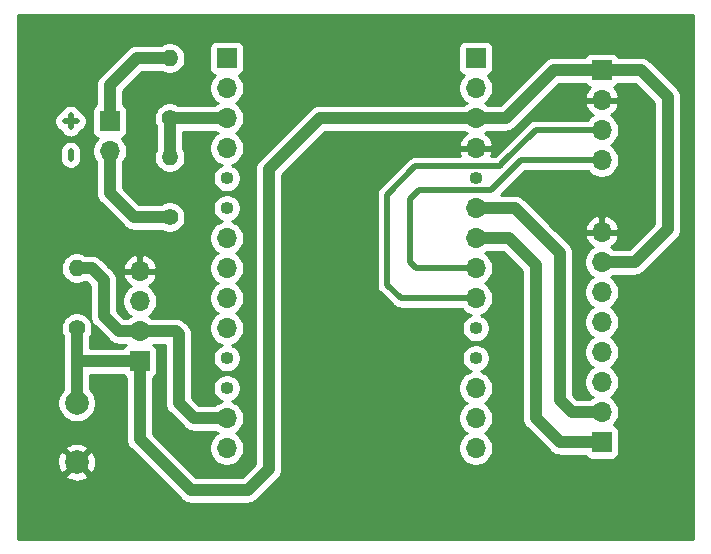
<source format=gbl>
%TF.GenerationSoftware,KiCad,Pcbnew,(5.1.10)-1*%
%TF.CreationDate,2023-02-01T16:44:39+01:00*%
%TF.ProjectId,pcb_projet,7063625f-7072-46f6-9a65-742e6b696361,rev?*%
%TF.SameCoordinates,Original*%
%TF.FileFunction,Copper,L2,Bot*%
%TF.FilePolarity,Positive*%
%FSLAX46Y46*%
G04 Gerber Fmt 4.6, Leading zero omitted, Abs format (unit mm)*
G04 Created by KiCad (PCBNEW (5.1.10)-1) date 2023-02-01 16:44:39*
%MOMM*%
%LPD*%
G01*
G04 APERTURE LIST*
%TA.AperFunction,ComponentPad*%
%ADD10O,1.700000X1.700000*%
%TD*%
%TA.AperFunction,ComponentPad*%
%ADD11O,1.100000X1.100000*%
%TD*%
%TA.AperFunction,ComponentPad*%
%ADD12R,1.700000X1.700000*%
%TD*%
%TA.AperFunction,ComponentPad*%
%ADD13O,1.400000X1.400000*%
%TD*%
%TA.AperFunction,ComponentPad*%
%ADD14C,1.400000*%
%TD*%
%TA.AperFunction,ComponentPad*%
%ADD15C,2.000000*%
%TD*%
%TA.AperFunction,Conductor*%
%ADD16C,0.500000*%
%TD*%
%TA.AperFunction,Conductor*%
%ADD17C,1.000000*%
%TD*%
%TA.AperFunction,Conductor*%
%ADD18C,0.254000*%
%TD*%
%TA.AperFunction,Conductor*%
%ADD19C,0.100000*%
%TD*%
G04 APERTURE END LIST*
D10*
%TO.P,J2,14*%
%TO.N,D6*%
X166370000Y-116078000D03*
%TO.P,J2,13*%
%TO.N,D7*%
X166370000Y-113538000D03*
%TO.P,J2,12*%
%TO.N,D8*%
X166370000Y-110998000D03*
D11*
%TO.P,J2,11*%
%TO.N,D9*%
X166370000Y-108458000D03*
%TO.P,J2,10*%
%TO.N,D10*%
X166370000Y-105918000D03*
D10*
%TO.P,J2,9*%
%TO.N,D11*%
X166370000Y-103378000D03*
%TO.P,J2,8*%
%TO.N,D12*%
X166370000Y-100838000D03*
%TO.P,J2,7*%
%TO.N,D13-RX*%
X166370000Y-98298000D03*
%TO.P,J2,6*%
%TO.N,D14-TX*%
X166370000Y-95758000D03*
D11*
%TO.P,J2,5*%
%TO.N,RESET*%
X166370000Y-93218000D03*
D10*
%TO.P,J2,4*%
%TO.N,GND*%
X166370000Y-90678000D03*
%TO.P,J2,3*%
%TO.N,VCC(3.3V)*%
X166370000Y-88138000D03*
%TO.P,J2,2*%
%TO.N,VIN*%
X166370000Y-85598000D03*
D12*
%TO.P,J2,1*%
%TO.N,+5V*%
X166370000Y-83058000D03*
%TD*%
D10*
%TO.P,J3,14*%
%TO.N,D5*%
X145288000Y-116078000D03*
%TO.P,J3,13*%
%TO.N,D4*%
X145288000Y-113538000D03*
D11*
%TO.P,J3,12*%
%TO.N,D3*%
X145288000Y-110998000D03*
%TO.P,J3,11*%
%TO.N,D2*%
X145288000Y-108458000D03*
D10*
%TO.P,J3,10*%
%TO.N,D1*%
X145288000Y-105918000D03*
%TO.P,J3,9*%
%TO.N,D0*%
X145288000Y-103378000D03*
%TO.P,J3,8*%
%TO.N,A6*%
X145288000Y-100838000D03*
%TO.P,J3,7*%
%TO.N,A5*%
X145288000Y-98298000D03*
D11*
%TO.P,J3,6*%
%TO.N,A4*%
X145288000Y-95758000D03*
%TO.P,J3,5*%
%TO.N,A3*%
X145288000Y-93218000D03*
D10*
%TO.P,J3,4*%
%TO.N,A2*%
X145288000Y-90678000D03*
%TO.P,J3,3*%
%TO.N,A1*%
X145288000Y-88138000D03*
%TO.P,J3,2*%
%TO.N,A0*%
X145288000Y-85598000D03*
D12*
%TO.P,J3,1*%
%TO.N,AREF*%
X145288000Y-83058000D03*
%TD*%
D10*
%TO.P,J6,2*%
%TO.N,Net-(J6-Pad2)*%
X135382000Y-90932000D03*
D12*
%TO.P,J6,1*%
%TO.N,Net-(J6-Pad1)*%
X135382000Y-88392000D03*
%TD*%
D10*
%TO.P,J4,4*%
%TO.N,D12*%
X177038000Y-91694000D03*
%TO.P,J4,3*%
%TO.N,D11*%
X177038000Y-89154000D03*
%TO.P,J4,2*%
%TO.N,GND*%
X177038000Y-86614000D03*
D12*
%TO.P,J4,1*%
%TO.N,VCC(3.3V)*%
X177038000Y-84074000D03*
%TD*%
D10*
%TO.P,J5,8*%
%TO.N,GND*%
X177038000Y-97790000D03*
%TO.P,J5,7*%
%TO.N,VCC(3.3V)*%
X177038000Y-100330000D03*
%TO.P,J5,6*%
%TO.N,Net-(J5-Pad6)*%
X177038000Y-102870000D03*
%TO.P,J5,5*%
%TO.N,Net-(J5-Pad5)*%
X177038000Y-105410000D03*
%TO.P,J5,4*%
%TO.N,Net-(J5-Pad4)*%
X177038000Y-107950000D03*
%TO.P,J5,3*%
%TO.N,Net-(J5-Pad3)*%
X177038000Y-110490000D03*
%TO.P,J5,2*%
%TO.N,D14-TX*%
X177038000Y-113030000D03*
D12*
%TO.P,J5,1*%
%TO.N,D13-RX*%
X177038000Y-115570000D03*
%TD*%
D13*
%TO.P,R3,2*%
%TO.N,A1*%
X140462000Y-91440000D03*
D14*
%TO.P,R3,1*%
%TO.N,Net-(J6-Pad2)*%
X140462000Y-96520000D03*
%TD*%
D13*
%TO.P,R2,2*%
%TO.N,Net-(J6-Pad1)*%
X140462000Y-83058000D03*
D14*
%TO.P,R2,1*%
%TO.N,A1*%
X140462000Y-88138000D03*
%TD*%
D13*
%TO.P,R1,2*%
%TO.N,D4*%
X132588000Y-100838000D03*
D14*
%TO.P,R1,1*%
%TO.N,VCC(3.3V)*%
X132588000Y-105918000D03*
%TD*%
D10*
%TO.P,J1,4*%
%TO.N,GND*%
X137922000Y-101092000D03*
%TO.P,J1,3*%
%TO.N,Net-(J1-Pad3)*%
X137922000Y-103632000D03*
%TO.P,J1,2*%
%TO.N,D4*%
X137922000Y-106172000D03*
D12*
%TO.P,J1,1*%
%TO.N,VCC(3.3V)*%
X137922000Y-108712000D03*
%TD*%
D15*
%TO.P,C1,2*%
%TO.N,GND*%
X132588000Y-117268000D03*
%TO.P,C1,1*%
%TO.N,VCC(3.3V)*%
X132588000Y-112268000D03*
%TD*%
D16*
%TO.N,*%
X131572000Y-88392000D02*
X132588000Y-88392000D01*
X132080000Y-88138000D02*
X132080000Y-88646000D01*
X132080000Y-90932000D02*
X132080000Y-91567000D01*
X132080000Y-88392000D02*
X132080000Y-88900000D01*
X132080000Y-87884000D02*
X132080000Y-88392000D01*
D17*
%TO.N,D4*%
X133858000Y-100838000D02*
X132588000Y-100838000D01*
X134874000Y-101854000D02*
X133858000Y-100838000D01*
X134874000Y-104902000D02*
X134874000Y-101854000D01*
X136144000Y-106172000D02*
X134874000Y-104902000D01*
X137922000Y-106172000D02*
X136144000Y-106172000D01*
X145288000Y-113538000D02*
X142494000Y-113538000D01*
X142494000Y-113538000D02*
X141224000Y-112268000D01*
X141224000Y-112268000D02*
X141224000Y-106426000D01*
X140970000Y-106172000D02*
X137922000Y-106172000D01*
X141224000Y-106426000D02*
X140970000Y-106172000D01*
D16*
%TO.N,D11*%
X171450000Y-89154000D02*
X168625999Y-91978001D01*
X166370000Y-103378000D02*
X160020000Y-103378000D01*
X177038000Y-89154000D02*
X171450000Y-89154000D01*
X168625999Y-91978001D02*
X168402000Y-92202000D01*
X168402000Y-92202000D02*
X168386001Y-92217999D01*
X162067999Y-92217999D02*
X161274001Y-92217999D01*
X168386001Y-92217999D02*
X162067999Y-92217999D01*
X158877000Y-94615000D02*
X158877000Y-102235000D01*
X161274001Y-92217999D02*
X158877000Y-94615000D01*
X160020000Y-103378000D02*
X158877000Y-102235000D01*
%TO.N,D12*%
X161290000Y-100838000D02*
X166370000Y-100838000D01*
X160782000Y-100330000D02*
X161290000Y-100838000D01*
X160782000Y-94996000D02*
X160782000Y-100330000D01*
X161559999Y-94218001D02*
X160782000Y-94996000D01*
X167655999Y-94218001D02*
X161559999Y-94218001D01*
X170180000Y-91694000D02*
X167655999Y-94218001D01*
X177038000Y-91694000D02*
X170180000Y-91694000D01*
D17*
%TO.N,VCC(3.3V)*%
X177038000Y-84074000D02*
X172974000Y-84074000D01*
X168910000Y-88138000D02*
X166370000Y-88138000D01*
X172974000Y-84074000D02*
X168910000Y-88138000D01*
X153162000Y-88138000D02*
X166370000Y-88138000D01*
X148844000Y-92456000D02*
X153162000Y-88138000D01*
X148844000Y-117856000D02*
X148844000Y-92456000D01*
X147066000Y-119634000D02*
X148844000Y-117856000D01*
X142240000Y-119634000D02*
X147066000Y-119634000D01*
X132588000Y-108712000D02*
X132588000Y-112268000D01*
X137922000Y-108712000D02*
X132588000Y-108712000D01*
X132588000Y-105918000D02*
X132588000Y-108712000D01*
X137922000Y-115316000D02*
X142240000Y-119634000D01*
X137922000Y-108712000D02*
X137922000Y-115316000D01*
X177038000Y-100330000D02*
X179832000Y-100330000D01*
X179832000Y-100330000D02*
X182626000Y-97536000D01*
X182626000Y-97536000D02*
X182626000Y-86360000D01*
X180340000Y-84074000D02*
X177038000Y-84074000D01*
X182626000Y-86360000D02*
X180340000Y-84074000D01*
%TO.N,A1*%
X140462000Y-88138000D02*
X140462000Y-91440000D01*
X145288000Y-88138000D02*
X140462000Y-88138000D01*
%TO.N,D13-RX*%
X166370000Y-98298000D02*
X169164000Y-98298000D01*
X169164000Y-98298000D02*
X171450000Y-100584000D01*
X171450000Y-100584000D02*
X171450000Y-113538000D01*
X173482000Y-115570000D02*
X177038000Y-115570000D01*
X171450000Y-113538000D02*
X173482000Y-115570000D01*
%TO.N,D14-TX*%
X177038000Y-113030000D02*
X174498000Y-113030000D01*
X174498000Y-113030000D02*
X173482000Y-112014000D01*
X173482000Y-112014000D02*
X173482000Y-99568000D01*
X169672000Y-95758000D02*
X166370000Y-95758000D01*
X173482000Y-99568000D02*
X169672000Y-95758000D01*
%TO.N,Net-(J6-Pad2)*%
X135382000Y-90932000D02*
X135382000Y-94488000D01*
X137414000Y-96520000D02*
X140462000Y-96520000D01*
X135382000Y-94488000D02*
X137414000Y-96520000D01*
%TO.N,Net-(J6-Pad1)*%
X135382000Y-88392000D02*
X135382000Y-85344000D01*
X137668000Y-83058000D02*
X140462000Y-83058000D01*
X135382000Y-85344000D02*
X137668000Y-83058000D01*
%TD*%
D18*
%TO.N,GND*%
X184760000Y-123800000D02*
X127660000Y-123800000D01*
X127660000Y-118403413D01*
X131632192Y-118403413D01*
X131727956Y-118667814D01*
X132017571Y-118808704D01*
X132329108Y-118890384D01*
X132650595Y-118909718D01*
X132969675Y-118865961D01*
X133274088Y-118760795D01*
X133448044Y-118667814D01*
X133543808Y-118403413D01*
X132588000Y-117447605D01*
X131632192Y-118403413D01*
X127660000Y-118403413D01*
X127660000Y-117330595D01*
X130946282Y-117330595D01*
X130990039Y-117649675D01*
X131095205Y-117954088D01*
X131188186Y-118128044D01*
X131452587Y-118223808D01*
X132408395Y-117268000D01*
X132767605Y-117268000D01*
X133723413Y-118223808D01*
X133987814Y-118128044D01*
X134128704Y-117838429D01*
X134210384Y-117526892D01*
X134229718Y-117205405D01*
X134185961Y-116886325D01*
X134080795Y-116581912D01*
X133987814Y-116407956D01*
X133723413Y-116312192D01*
X132767605Y-117268000D01*
X132408395Y-117268000D01*
X131452587Y-116312192D01*
X131188186Y-116407956D01*
X131047296Y-116697571D01*
X130965616Y-117009108D01*
X130946282Y-117330595D01*
X127660000Y-117330595D01*
X127660000Y-116132587D01*
X131632192Y-116132587D01*
X132588000Y-117088395D01*
X133543808Y-116132587D01*
X133448044Y-115868186D01*
X133158429Y-115727296D01*
X132846892Y-115645616D01*
X132525405Y-115626282D01*
X132206325Y-115670039D01*
X131901912Y-115775205D01*
X131727956Y-115868186D01*
X131632192Y-116132587D01*
X127660000Y-116132587D01*
X127660000Y-112106967D01*
X130953000Y-112106967D01*
X130953000Y-112429033D01*
X131015832Y-112744912D01*
X131139082Y-113042463D01*
X131318013Y-113310252D01*
X131545748Y-113537987D01*
X131813537Y-113716918D01*
X132111088Y-113840168D01*
X132426967Y-113903000D01*
X132749033Y-113903000D01*
X133064912Y-113840168D01*
X133362463Y-113716918D01*
X133630252Y-113537987D01*
X133857987Y-113310252D01*
X134036918Y-113042463D01*
X134160168Y-112744912D01*
X134223000Y-112429033D01*
X134223000Y-112106967D01*
X134160168Y-111791088D01*
X134036918Y-111493537D01*
X133857987Y-111225748D01*
X133723000Y-111090761D01*
X133723000Y-109847000D01*
X136504317Y-109847000D01*
X136541463Y-109916494D01*
X136620815Y-110013185D01*
X136717506Y-110092537D01*
X136787000Y-110129683D01*
X136787001Y-115260239D01*
X136781509Y-115316000D01*
X136803423Y-115538498D01*
X136868324Y-115752446D01*
X136889733Y-115792499D01*
X136973717Y-115949623D01*
X137115552Y-116122449D01*
X137158860Y-116157991D01*
X141398009Y-120397141D01*
X141433551Y-120440449D01*
X141606377Y-120582284D01*
X141803553Y-120687676D01*
X141967705Y-120737471D01*
X142017500Y-120752577D01*
X142038493Y-120754644D01*
X142184248Y-120769000D01*
X142184255Y-120769000D01*
X142239999Y-120774490D01*
X142295743Y-120769000D01*
X147010249Y-120769000D01*
X147066000Y-120774491D01*
X147121751Y-120769000D01*
X147121752Y-120769000D01*
X147288499Y-120752577D01*
X147502447Y-120687676D01*
X147699623Y-120582284D01*
X147872449Y-120440449D01*
X147907995Y-120397136D01*
X149607146Y-118697987D01*
X149650449Y-118662449D01*
X149717848Y-118580324D01*
X149792284Y-118489623D01*
X149897676Y-118292447D01*
X149962577Y-118078499D01*
X149984491Y-117856000D01*
X149979000Y-117800248D01*
X149979000Y-110851740D01*
X164885000Y-110851740D01*
X164885000Y-111144260D01*
X164942068Y-111431158D01*
X165054010Y-111701411D01*
X165216525Y-111944632D01*
X165423368Y-112151475D01*
X165597760Y-112268000D01*
X165423368Y-112384525D01*
X165216525Y-112591368D01*
X165054010Y-112834589D01*
X164942068Y-113104842D01*
X164885000Y-113391740D01*
X164885000Y-113684260D01*
X164942068Y-113971158D01*
X165054010Y-114241411D01*
X165216525Y-114484632D01*
X165423368Y-114691475D01*
X165597760Y-114808000D01*
X165423368Y-114924525D01*
X165216525Y-115131368D01*
X165054010Y-115374589D01*
X164942068Y-115644842D01*
X164885000Y-115931740D01*
X164885000Y-116224260D01*
X164942068Y-116511158D01*
X165054010Y-116781411D01*
X165216525Y-117024632D01*
X165423368Y-117231475D01*
X165666589Y-117393990D01*
X165936842Y-117505932D01*
X166223740Y-117563000D01*
X166516260Y-117563000D01*
X166803158Y-117505932D01*
X167073411Y-117393990D01*
X167316632Y-117231475D01*
X167523475Y-117024632D01*
X167685990Y-116781411D01*
X167797932Y-116511158D01*
X167855000Y-116224260D01*
X167855000Y-115931740D01*
X167797932Y-115644842D01*
X167685990Y-115374589D01*
X167523475Y-115131368D01*
X167316632Y-114924525D01*
X167142240Y-114808000D01*
X167316632Y-114691475D01*
X167523475Y-114484632D01*
X167685990Y-114241411D01*
X167797932Y-113971158D01*
X167855000Y-113684260D01*
X167855000Y-113391740D01*
X167797932Y-113104842D01*
X167685990Y-112834589D01*
X167523475Y-112591368D01*
X167316632Y-112384525D01*
X167142240Y-112268000D01*
X167316632Y-112151475D01*
X167523475Y-111944632D01*
X167685990Y-111701411D01*
X167797932Y-111431158D01*
X167855000Y-111144260D01*
X167855000Y-110851740D01*
X167797932Y-110564842D01*
X167685990Y-110294589D01*
X167523475Y-110051368D01*
X167316632Y-109844525D01*
X167073411Y-109682010D01*
X166803158Y-109570068D01*
X166788719Y-109567196D01*
X166931308Y-109508134D01*
X167125394Y-109378450D01*
X167290450Y-109213394D01*
X167420134Y-109019308D01*
X167509461Y-108803652D01*
X167555000Y-108574712D01*
X167555000Y-108341288D01*
X167509461Y-108112348D01*
X167420134Y-107896692D01*
X167290450Y-107702606D01*
X167125394Y-107537550D01*
X166931308Y-107407866D01*
X166715652Y-107318539D01*
X166486712Y-107273000D01*
X166253288Y-107273000D01*
X166024348Y-107318539D01*
X165808692Y-107407866D01*
X165614606Y-107537550D01*
X165449550Y-107702606D01*
X165319866Y-107896692D01*
X165230539Y-108112348D01*
X165185000Y-108341288D01*
X165185000Y-108574712D01*
X165230539Y-108803652D01*
X165319866Y-109019308D01*
X165449550Y-109213394D01*
X165614606Y-109378450D01*
X165808692Y-109508134D01*
X165951281Y-109567196D01*
X165936842Y-109570068D01*
X165666589Y-109682010D01*
X165423368Y-109844525D01*
X165216525Y-110051368D01*
X165054010Y-110294589D01*
X164942068Y-110564842D01*
X164885000Y-110851740D01*
X149979000Y-110851740D01*
X149979000Y-92926131D01*
X153632132Y-89273000D01*
X165404893Y-89273000D01*
X165423368Y-89291475D01*
X165605534Y-89413195D01*
X165488645Y-89482822D01*
X165272412Y-89677731D01*
X165098359Y-89911080D01*
X164973175Y-90173901D01*
X164928524Y-90321110D01*
X165049845Y-90551000D01*
X166243000Y-90551000D01*
X166243000Y-90531000D01*
X166497000Y-90531000D01*
X166497000Y-90551000D01*
X167690155Y-90551000D01*
X167811476Y-90321110D01*
X167766825Y-90173901D01*
X167641641Y-89911080D01*
X167467588Y-89677731D01*
X167251355Y-89482822D01*
X167134466Y-89413195D01*
X167316632Y-89291475D01*
X167335107Y-89273000D01*
X168854249Y-89273000D01*
X168910000Y-89278491D01*
X168965751Y-89273000D01*
X168965752Y-89273000D01*
X169132499Y-89256577D01*
X169346447Y-89191676D01*
X169543623Y-89086284D01*
X169716449Y-88944449D01*
X169751996Y-88901135D01*
X173444132Y-85209000D01*
X175620317Y-85209000D01*
X175657463Y-85278494D01*
X175736815Y-85375185D01*
X175833506Y-85454537D01*
X175943820Y-85513502D01*
X176024466Y-85537966D01*
X175940412Y-85613731D01*
X175766359Y-85847080D01*
X175641175Y-86109901D01*
X175596524Y-86257110D01*
X175717845Y-86487000D01*
X176911000Y-86487000D01*
X176911000Y-86467000D01*
X177165000Y-86467000D01*
X177165000Y-86487000D01*
X178358155Y-86487000D01*
X178479476Y-86257110D01*
X178434825Y-86109901D01*
X178309641Y-85847080D01*
X178135588Y-85613731D01*
X178051534Y-85537966D01*
X178132180Y-85513502D01*
X178242494Y-85454537D01*
X178339185Y-85375185D01*
X178418537Y-85278494D01*
X178455683Y-85209000D01*
X179869869Y-85209000D01*
X181491001Y-86830133D01*
X181491000Y-97065867D01*
X179361869Y-99195000D01*
X178003107Y-99195000D01*
X177984632Y-99176525D01*
X177802466Y-99054805D01*
X177919355Y-98985178D01*
X178135588Y-98790269D01*
X178309641Y-98556920D01*
X178434825Y-98294099D01*
X178479476Y-98146890D01*
X178358155Y-97917000D01*
X177165000Y-97917000D01*
X177165000Y-97937000D01*
X176911000Y-97937000D01*
X176911000Y-97917000D01*
X175717845Y-97917000D01*
X175596524Y-98146890D01*
X175641175Y-98294099D01*
X175766359Y-98556920D01*
X175940412Y-98790269D01*
X176156645Y-98985178D01*
X176273534Y-99054805D01*
X176091368Y-99176525D01*
X175884525Y-99383368D01*
X175722010Y-99626589D01*
X175610068Y-99896842D01*
X175553000Y-100183740D01*
X175553000Y-100476260D01*
X175610068Y-100763158D01*
X175722010Y-101033411D01*
X175884525Y-101276632D01*
X176091368Y-101483475D01*
X176265760Y-101600000D01*
X176091368Y-101716525D01*
X175884525Y-101923368D01*
X175722010Y-102166589D01*
X175610068Y-102436842D01*
X175553000Y-102723740D01*
X175553000Y-103016260D01*
X175610068Y-103303158D01*
X175722010Y-103573411D01*
X175884525Y-103816632D01*
X176091368Y-104023475D01*
X176265760Y-104140000D01*
X176091368Y-104256525D01*
X175884525Y-104463368D01*
X175722010Y-104706589D01*
X175610068Y-104976842D01*
X175553000Y-105263740D01*
X175553000Y-105556260D01*
X175610068Y-105843158D01*
X175722010Y-106113411D01*
X175884525Y-106356632D01*
X176091368Y-106563475D01*
X176265760Y-106680000D01*
X176091368Y-106796525D01*
X175884525Y-107003368D01*
X175722010Y-107246589D01*
X175610068Y-107516842D01*
X175553000Y-107803740D01*
X175553000Y-108096260D01*
X175610068Y-108383158D01*
X175722010Y-108653411D01*
X175884525Y-108896632D01*
X176091368Y-109103475D01*
X176265760Y-109220000D01*
X176091368Y-109336525D01*
X175884525Y-109543368D01*
X175722010Y-109786589D01*
X175610068Y-110056842D01*
X175553000Y-110343740D01*
X175553000Y-110636260D01*
X175610068Y-110923158D01*
X175722010Y-111193411D01*
X175884525Y-111436632D01*
X176091368Y-111643475D01*
X176265760Y-111760000D01*
X176091368Y-111876525D01*
X176072893Y-111895000D01*
X174968132Y-111895000D01*
X174617000Y-111543869D01*
X174617000Y-99623752D01*
X174622491Y-99568000D01*
X174600577Y-99345501D01*
X174535676Y-99131553D01*
X174430284Y-98934377D01*
X174323989Y-98804856D01*
X174323987Y-98804854D01*
X174288449Y-98761551D01*
X174245146Y-98726013D01*
X172952243Y-97433110D01*
X175596524Y-97433110D01*
X175717845Y-97663000D01*
X176911000Y-97663000D01*
X176911000Y-96469186D01*
X177165000Y-96469186D01*
X177165000Y-97663000D01*
X178358155Y-97663000D01*
X178479476Y-97433110D01*
X178434825Y-97285901D01*
X178309641Y-97023080D01*
X178135588Y-96789731D01*
X177919355Y-96594822D01*
X177669252Y-96445843D01*
X177394891Y-96348519D01*
X177165000Y-96469186D01*
X176911000Y-96469186D01*
X176681109Y-96348519D01*
X176406748Y-96445843D01*
X176156645Y-96594822D01*
X175940412Y-96789731D01*
X175766359Y-97023080D01*
X175641175Y-97285901D01*
X175596524Y-97433110D01*
X172952243Y-97433110D01*
X170513996Y-94994865D01*
X170478449Y-94951551D01*
X170305623Y-94809716D01*
X170108447Y-94704324D01*
X169894499Y-94639423D01*
X169727752Y-94623000D01*
X169727751Y-94623000D01*
X169672000Y-94617509D01*
X169616249Y-94623000D01*
X168502578Y-94623000D01*
X170546579Y-92579000D01*
X175843344Y-92579000D01*
X175884525Y-92640632D01*
X176091368Y-92847475D01*
X176334589Y-93009990D01*
X176604842Y-93121932D01*
X176891740Y-93179000D01*
X177184260Y-93179000D01*
X177471158Y-93121932D01*
X177741411Y-93009990D01*
X177984632Y-92847475D01*
X178191475Y-92640632D01*
X178353990Y-92397411D01*
X178465932Y-92127158D01*
X178523000Y-91840260D01*
X178523000Y-91547740D01*
X178465932Y-91260842D01*
X178353990Y-90990589D01*
X178191475Y-90747368D01*
X177984632Y-90540525D01*
X177810240Y-90424000D01*
X177984632Y-90307475D01*
X178191475Y-90100632D01*
X178353990Y-89857411D01*
X178465932Y-89587158D01*
X178523000Y-89300260D01*
X178523000Y-89007740D01*
X178465932Y-88720842D01*
X178353990Y-88450589D01*
X178191475Y-88207368D01*
X177984632Y-88000525D01*
X177802466Y-87878805D01*
X177919355Y-87809178D01*
X178135588Y-87614269D01*
X178309641Y-87380920D01*
X178434825Y-87118099D01*
X178479476Y-86970890D01*
X178358155Y-86741000D01*
X177165000Y-86741000D01*
X177165000Y-86761000D01*
X176911000Y-86761000D01*
X176911000Y-86741000D01*
X175717845Y-86741000D01*
X175596524Y-86970890D01*
X175641175Y-87118099D01*
X175766359Y-87380920D01*
X175940412Y-87614269D01*
X176156645Y-87809178D01*
X176273534Y-87878805D01*
X176091368Y-88000525D01*
X175884525Y-88207368D01*
X175843344Y-88269000D01*
X171493469Y-88269000D01*
X171450000Y-88264719D01*
X171406531Y-88269000D01*
X171406523Y-88269000D01*
X171276510Y-88281805D01*
X171109686Y-88332411D01*
X170955941Y-88414589D01*
X170854953Y-88497468D01*
X170854951Y-88497470D01*
X170821183Y-88525183D01*
X170793470Y-88558951D01*
X168030953Y-91321469D01*
X168019423Y-91332999D01*
X167694950Y-91332999D01*
X167766825Y-91182099D01*
X167811476Y-91034890D01*
X167690155Y-90805000D01*
X166497000Y-90805000D01*
X166497000Y-90825000D01*
X166243000Y-90825000D01*
X166243000Y-90805000D01*
X165049845Y-90805000D01*
X164928524Y-91034890D01*
X164973175Y-91182099D01*
X165045050Y-91332999D01*
X161317466Y-91332999D01*
X161274000Y-91328718D01*
X161230534Y-91332999D01*
X161230524Y-91332999D01*
X161100511Y-91345804D01*
X160933688Y-91396410D01*
X160779942Y-91478588D01*
X160779940Y-91478589D01*
X160779941Y-91478589D01*
X160678954Y-91561467D01*
X160678952Y-91561469D01*
X160645184Y-91589182D01*
X160617471Y-91622950D01*
X158281956Y-93958466D01*
X158248183Y-93986183D01*
X158137589Y-94120942D01*
X158055411Y-94274688D01*
X158004805Y-94441511D01*
X157992000Y-94571524D01*
X157992000Y-94571531D01*
X157987719Y-94615000D01*
X157992000Y-94658469D01*
X157992001Y-102191521D01*
X157987719Y-102235000D01*
X158004805Y-102408490D01*
X158055412Y-102575313D01*
X158137590Y-102729059D01*
X158220468Y-102830046D01*
X158220471Y-102830049D01*
X158248184Y-102863817D01*
X158281951Y-102891529D01*
X159363470Y-103973049D01*
X159391183Y-104006817D01*
X159424951Y-104034530D01*
X159424953Y-104034532D01*
X159462271Y-104065158D01*
X159525941Y-104117411D01*
X159679687Y-104199589D01*
X159846510Y-104250195D01*
X159976523Y-104263000D01*
X159976533Y-104263000D01*
X160019999Y-104267281D01*
X160063465Y-104263000D01*
X165175344Y-104263000D01*
X165216525Y-104324632D01*
X165423368Y-104531475D01*
X165666589Y-104693990D01*
X165936842Y-104805932D01*
X165951281Y-104808804D01*
X165808692Y-104867866D01*
X165614606Y-104997550D01*
X165449550Y-105162606D01*
X165319866Y-105356692D01*
X165230539Y-105572348D01*
X165185000Y-105801288D01*
X165185000Y-106034712D01*
X165230539Y-106263652D01*
X165319866Y-106479308D01*
X165449550Y-106673394D01*
X165614606Y-106838450D01*
X165808692Y-106968134D01*
X166024348Y-107057461D01*
X166253288Y-107103000D01*
X166486712Y-107103000D01*
X166715652Y-107057461D01*
X166931308Y-106968134D01*
X167125394Y-106838450D01*
X167290450Y-106673394D01*
X167420134Y-106479308D01*
X167509461Y-106263652D01*
X167555000Y-106034712D01*
X167555000Y-105801288D01*
X167509461Y-105572348D01*
X167420134Y-105356692D01*
X167290450Y-105162606D01*
X167125394Y-104997550D01*
X166931308Y-104867866D01*
X166788719Y-104808804D01*
X166803158Y-104805932D01*
X167073411Y-104693990D01*
X167316632Y-104531475D01*
X167523475Y-104324632D01*
X167685990Y-104081411D01*
X167797932Y-103811158D01*
X167855000Y-103524260D01*
X167855000Y-103231740D01*
X167797932Y-102944842D01*
X167685990Y-102674589D01*
X167523475Y-102431368D01*
X167316632Y-102224525D01*
X167142240Y-102108000D01*
X167316632Y-101991475D01*
X167523475Y-101784632D01*
X167685990Y-101541411D01*
X167797932Y-101271158D01*
X167855000Y-100984260D01*
X167855000Y-100691740D01*
X167797932Y-100404842D01*
X167685990Y-100134589D01*
X167523475Y-99891368D01*
X167316632Y-99684525D01*
X167142240Y-99568000D01*
X167316632Y-99451475D01*
X167335107Y-99433000D01*
X168693869Y-99433000D01*
X170315000Y-101054132D01*
X170315001Y-113482239D01*
X170309509Y-113538000D01*
X170331423Y-113760498D01*
X170396324Y-113974446D01*
X170445384Y-114066230D01*
X170501717Y-114171623D01*
X170643552Y-114344449D01*
X170686860Y-114379991D01*
X172640009Y-116333141D01*
X172675551Y-116376449D01*
X172848377Y-116518284D01*
X173045553Y-116623676D01*
X173259501Y-116688577D01*
X173350820Y-116697571D01*
X173482000Y-116710491D01*
X173537751Y-116705000D01*
X175620317Y-116705000D01*
X175657463Y-116774494D01*
X175736815Y-116871185D01*
X175833506Y-116950537D01*
X175943820Y-117009502D01*
X176063518Y-117045812D01*
X176188000Y-117058072D01*
X177888000Y-117058072D01*
X178012482Y-117045812D01*
X178132180Y-117009502D01*
X178242494Y-116950537D01*
X178339185Y-116871185D01*
X178418537Y-116774494D01*
X178477502Y-116664180D01*
X178513812Y-116544482D01*
X178526072Y-116420000D01*
X178526072Y-114720000D01*
X178513812Y-114595518D01*
X178477502Y-114475820D01*
X178418537Y-114365506D01*
X178339185Y-114268815D01*
X178242494Y-114189463D01*
X178132180Y-114130498D01*
X178059620Y-114108487D01*
X178191475Y-113976632D01*
X178353990Y-113733411D01*
X178465932Y-113463158D01*
X178523000Y-113176260D01*
X178523000Y-112883740D01*
X178465932Y-112596842D01*
X178353990Y-112326589D01*
X178191475Y-112083368D01*
X177984632Y-111876525D01*
X177810240Y-111760000D01*
X177984632Y-111643475D01*
X178191475Y-111436632D01*
X178353990Y-111193411D01*
X178465932Y-110923158D01*
X178523000Y-110636260D01*
X178523000Y-110343740D01*
X178465932Y-110056842D01*
X178353990Y-109786589D01*
X178191475Y-109543368D01*
X177984632Y-109336525D01*
X177810240Y-109220000D01*
X177984632Y-109103475D01*
X178191475Y-108896632D01*
X178353990Y-108653411D01*
X178465932Y-108383158D01*
X178523000Y-108096260D01*
X178523000Y-107803740D01*
X178465932Y-107516842D01*
X178353990Y-107246589D01*
X178191475Y-107003368D01*
X177984632Y-106796525D01*
X177810240Y-106680000D01*
X177984632Y-106563475D01*
X178191475Y-106356632D01*
X178353990Y-106113411D01*
X178465932Y-105843158D01*
X178523000Y-105556260D01*
X178523000Y-105263740D01*
X178465932Y-104976842D01*
X178353990Y-104706589D01*
X178191475Y-104463368D01*
X177984632Y-104256525D01*
X177810240Y-104140000D01*
X177984632Y-104023475D01*
X178191475Y-103816632D01*
X178353990Y-103573411D01*
X178465932Y-103303158D01*
X178523000Y-103016260D01*
X178523000Y-102723740D01*
X178465932Y-102436842D01*
X178353990Y-102166589D01*
X178191475Y-101923368D01*
X177984632Y-101716525D01*
X177810240Y-101600000D01*
X177984632Y-101483475D01*
X178003107Y-101465000D01*
X179776249Y-101465000D01*
X179832000Y-101470491D01*
X179887751Y-101465000D01*
X179887752Y-101465000D01*
X180054499Y-101448577D01*
X180268447Y-101383676D01*
X180465623Y-101278284D01*
X180638449Y-101136449D01*
X180673996Y-101093135D01*
X183389146Y-98377987D01*
X183432449Y-98342449D01*
X183468928Y-98298000D01*
X183574284Y-98169623D01*
X183679676Y-97972447D01*
X183744577Y-97758499D01*
X183766491Y-97536000D01*
X183761000Y-97480248D01*
X183761000Y-86415743D01*
X183766490Y-86359999D01*
X183761000Y-86304255D01*
X183761000Y-86304248D01*
X183744577Y-86137501D01*
X183679676Y-85923553D01*
X183574284Y-85726377D01*
X183432449Y-85553551D01*
X183389141Y-85518009D01*
X181181996Y-83310865D01*
X181146449Y-83267551D01*
X180973623Y-83125716D01*
X180776447Y-83020324D01*
X180562499Y-82955423D01*
X180395752Y-82939000D01*
X180395751Y-82939000D01*
X180340000Y-82933509D01*
X180284249Y-82939000D01*
X178455683Y-82939000D01*
X178418537Y-82869506D01*
X178339185Y-82772815D01*
X178242494Y-82693463D01*
X178132180Y-82634498D01*
X178012482Y-82598188D01*
X177888000Y-82585928D01*
X176188000Y-82585928D01*
X176063518Y-82598188D01*
X175943820Y-82634498D01*
X175833506Y-82693463D01*
X175736815Y-82772815D01*
X175657463Y-82869506D01*
X175620317Y-82939000D01*
X173029751Y-82939000D01*
X172974000Y-82933509D01*
X172918248Y-82939000D01*
X172751501Y-82955423D01*
X172537553Y-83020324D01*
X172340377Y-83125716D01*
X172167551Y-83267551D01*
X172132009Y-83310859D01*
X168439869Y-87003000D01*
X167335107Y-87003000D01*
X167316632Y-86984525D01*
X167142240Y-86868000D01*
X167316632Y-86751475D01*
X167523475Y-86544632D01*
X167685990Y-86301411D01*
X167797932Y-86031158D01*
X167855000Y-85744260D01*
X167855000Y-85451740D01*
X167797932Y-85164842D01*
X167685990Y-84894589D01*
X167523475Y-84651368D01*
X167391620Y-84519513D01*
X167464180Y-84497502D01*
X167574494Y-84438537D01*
X167671185Y-84359185D01*
X167750537Y-84262494D01*
X167809502Y-84152180D01*
X167845812Y-84032482D01*
X167858072Y-83908000D01*
X167858072Y-82208000D01*
X167845812Y-82083518D01*
X167809502Y-81963820D01*
X167750537Y-81853506D01*
X167671185Y-81756815D01*
X167574494Y-81677463D01*
X167464180Y-81618498D01*
X167344482Y-81582188D01*
X167220000Y-81569928D01*
X165520000Y-81569928D01*
X165395518Y-81582188D01*
X165275820Y-81618498D01*
X165165506Y-81677463D01*
X165068815Y-81756815D01*
X164989463Y-81853506D01*
X164930498Y-81963820D01*
X164894188Y-82083518D01*
X164881928Y-82208000D01*
X164881928Y-83908000D01*
X164894188Y-84032482D01*
X164930498Y-84152180D01*
X164989463Y-84262494D01*
X165068815Y-84359185D01*
X165165506Y-84438537D01*
X165275820Y-84497502D01*
X165348380Y-84519513D01*
X165216525Y-84651368D01*
X165054010Y-84894589D01*
X164942068Y-85164842D01*
X164885000Y-85451740D01*
X164885000Y-85744260D01*
X164942068Y-86031158D01*
X165054010Y-86301411D01*
X165216525Y-86544632D01*
X165423368Y-86751475D01*
X165597760Y-86868000D01*
X165423368Y-86984525D01*
X165404893Y-87003000D01*
X153217743Y-87003000D01*
X153161999Y-86997510D01*
X153106255Y-87003000D01*
X153106248Y-87003000D01*
X152960493Y-87017356D01*
X152939500Y-87019423D01*
X152889705Y-87034529D01*
X152725553Y-87084324D01*
X152528377Y-87189716D01*
X152355551Y-87331551D01*
X152320011Y-87374857D01*
X148080860Y-91614009D01*
X148037552Y-91649551D01*
X147895717Y-91822377D01*
X147850318Y-91907313D01*
X147790324Y-92019554D01*
X147725423Y-92233502D01*
X147703509Y-92456000D01*
X147709001Y-92511762D01*
X147709000Y-117385867D01*
X146595869Y-118499000D01*
X142710132Y-118499000D01*
X139057000Y-114845869D01*
X139057000Y-110129683D01*
X139126494Y-110092537D01*
X139223185Y-110013185D01*
X139302537Y-109916494D01*
X139361502Y-109806180D01*
X139397812Y-109686482D01*
X139410072Y-109562000D01*
X139410072Y-107862000D01*
X139397812Y-107737518D01*
X139361502Y-107617820D01*
X139302537Y-107507506D01*
X139223185Y-107410815D01*
X139126494Y-107331463D01*
X139080728Y-107307000D01*
X140089001Y-107307000D01*
X140089000Y-112212248D01*
X140083509Y-112268000D01*
X140094986Y-112384525D01*
X140105423Y-112490498D01*
X140170324Y-112704446D01*
X140275716Y-112901623D01*
X140417551Y-113074449D01*
X140460865Y-113109996D01*
X141652008Y-114301140D01*
X141687551Y-114344449D01*
X141860377Y-114486284D01*
X142057553Y-114591676D01*
X142221705Y-114641471D01*
X142271500Y-114656577D01*
X142292493Y-114658644D01*
X142438248Y-114673000D01*
X142438255Y-114673000D01*
X142493999Y-114678490D01*
X142549743Y-114673000D01*
X144322893Y-114673000D01*
X144341368Y-114691475D01*
X144515760Y-114808000D01*
X144341368Y-114924525D01*
X144134525Y-115131368D01*
X143972010Y-115374589D01*
X143860068Y-115644842D01*
X143803000Y-115931740D01*
X143803000Y-116224260D01*
X143860068Y-116511158D01*
X143972010Y-116781411D01*
X144134525Y-117024632D01*
X144341368Y-117231475D01*
X144584589Y-117393990D01*
X144854842Y-117505932D01*
X145141740Y-117563000D01*
X145434260Y-117563000D01*
X145721158Y-117505932D01*
X145991411Y-117393990D01*
X146234632Y-117231475D01*
X146441475Y-117024632D01*
X146603990Y-116781411D01*
X146715932Y-116511158D01*
X146773000Y-116224260D01*
X146773000Y-115931740D01*
X146715932Y-115644842D01*
X146603990Y-115374589D01*
X146441475Y-115131368D01*
X146234632Y-114924525D01*
X146060240Y-114808000D01*
X146234632Y-114691475D01*
X146441475Y-114484632D01*
X146603990Y-114241411D01*
X146715932Y-113971158D01*
X146773000Y-113684260D01*
X146773000Y-113391740D01*
X146715932Y-113104842D01*
X146603990Y-112834589D01*
X146441475Y-112591368D01*
X146234632Y-112384525D01*
X145991411Y-112222010D01*
X145721158Y-112110068D01*
X145706719Y-112107196D01*
X145849308Y-112048134D01*
X146043394Y-111918450D01*
X146208450Y-111753394D01*
X146338134Y-111559308D01*
X146427461Y-111343652D01*
X146473000Y-111114712D01*
X146473000Y-110881288D01*
X146427461Y-110652348D01*
X146338134Y-110436692D01*
X146208450Y-110242606D01*
X146043394Y-110077550D01*
X145849308Y-109947866D01*
X145633652Y-109858539D01*
X145404712Y-109813000D01*
X145171288Y-109813000D01*
X144942348Y-109858539D01*
X144726692Y-109947866D01*
X144532606Y-110077550D01*
X144367550Y-110242606D01*
X144237866Y-110436692D01*
X144148539Y-110652348D01*
X144103000Y-110881288D01*
X144103000Y-111114712D01*
X144148539Y-111343652D01*
X144237866Y-111559308D01*
X144367550Y-111753394D01*
X144532606Y-111918450D01*
X144726692Y-112048134D01*
X144869281Y-112107196D01*
X144854842Y-112110068D01*
X144584589Y-112222010D01*
X144341368Y-112384525D01*
X144322893Y-112403000D01*
X142964132Y-112403000D01*
X142359000Y-111797869D01*
X142359000Y-106481741D01*
X142364490Y-106425999D01*
X142359000Y-106370257D01*
X142359000Y-106370248D01*
X142342577Y-106203501D01*
X142277676Y-105989553D01*
X142172284Y-105792377D01*
X142030449Y-105619551D01*
X141987135Y-105584004D01*
X141811996Y-105408865D01*
X141776449Y-105365551D01*
X141603623Y-105223716D01*
X141406447Y-105118324D01*
X141192499Y-105053423D01*
X141025752Y-105037000D01*
X141025751Y-105037000D01*
X140970000Y-105031509D01*
X140914249Y-105037000D01*
X138887107Y-105037000D01*
X138868632Y-105018525D01*
X138694240Y-104902000D01*
X138868632Y-104785475D01*
X139075475Y-104578632D01*
X139237990Y-104335411D01*
X139349932Y-104065158D01*
X139407000Y-103778260D01*
X139407000Y-103485740D01*
X139349932Y-103198842D01*
X139237990Y-102928589D01*
X139075475Y-102685368D01*
X138868632Y-102478525D01*
X138686466Y-102356805D01*
X138803355Y-102287178D01*
X139019588Y-102092269D01*
X139193641Y-101858920D01*
X139318825Y-101596099D01*
X139363476Y-101448890D01*
X139242155Y-101219000D01*
X138049000Y-101219000D01*
X138049000Y-101239000D01*
X137795000Y-101239000D01*
X137795000Y-101219000D01*
X136601845Y-101219000D01*
X136480524Y-101448890D01*
X136525175Y-101596099D01*
X136650359Y-101858920D01*
X136824412Y-102092269D01*
X137040645Y-102287178D01*
X137157534Y-102356805D01*
X136975368Y-102478525D01*
X136768525Y-102685368D01*
X136606010Y-102928589D01*
X136494068Y-103198842D01*
X136437000Y-103485740D01*
X136437000Y-103778260D01*
X136494068Y-104065158D01*
X136606010Y-104335411D01*
X136768525Y-104578632D01*
X136975368Y-104785475D01*
X137149760Y-104902000D01*
X136975368Y-105018525D01*
X136956893Y-105037000D01*
X136614132Y-105037000D01*
X136009000Y-104431869D01*
X136009000Y-101909751D01*
X136014491Y-101854000D01*
X136000328Y-101710194D01*
X135992577Y-101631501D01*
X135927676Y-101417553D01*
X135822284Y-101220377D01*
X135680449Y-101047551D01*
X135637140Y-101012008D01*
X135360242Y-100735110D01*
X136480524Y-100735110D01*
X136601845Y-100965000D01*
X137795000Y-100965000D01*
X137795000Y-99771186D01*
X138049000Y-99771186D01*
X138049000Y-100965000D01*
X139242155Y-100965000D01*
X139363476Y-100735110D01*
X139318825Y-100587901D01*
X139193641Y-100325080D01*
X139019588Y-100091731D01*
X138803355Y-99896822D01*
X138553252Y-99747843D01*
X138278891Y-99650519D01*
X138049000Y-99771186D01*
X137795000Y-99771186D01*
X137565109Y-99650519D01*
X137290748Y-99747843D01*
X137040645Y-99896822D01*
X136824412Y-100091731D01*
X136650359Y-100325080D01*
X136525175Y-100587901D01*
X136480524Y-100735110D01*
X135360242Y-100735110D01*
X134699996Y-100074864D01*
X134664449Y-100031551D01*
X134491623Y-99889716D01*
X134294447Y-99784324D01*
X134080499Y-99719423D01*
X133913752Y-99703000D01*
X133913751Y-99703000D01*
X133858000Y-99697509D01*
X133802249Y-99703000D01*
X133292288Y-99703000D01*
X133220359Y-99654939D01*
X132977405Y-99554304D01*
X132719486Y-99503000D01*
X132456514Y-99503000D01*
X132198595Y-99554304D01*
X131955641Y-99654939D01*
X131736987Y-99801038D01*
X131551038Y-99986987D01*
X131404939Y-100205641D01*
X131304304Y-100448595D01*
X131253000Y-100706514D01*
X131253000Y-100969486D01*
X131304304Y-101227405D01*
X131404939Y-101470359D01*
X131551038Y-101689013D01*
X131736987Y-101874962D01*
X131955641Y-102021061D01*
X132198595Y-102121696D01*
X132456514Y-102173000D01*
X132719486Y-102173000D01*
X132977405Y-102121696D01*
X133220359Y-102021061D01*
X133292288Y-101973000D01*
X133387869Y-101973000D01*
X133739001Y-102324132D01*
X133739000Y-104846248D01*
X133733509Y-104902000D01*
X133739000Y-104957751D01*
X133755423Y-105124498D01*
X133820324Y-105338446D01*
X133925716Y-105535623D01*
X134067551Y-105708449D01*
X134110865Y-105743996D01*
X135302008Y-106935140D01*
X135337551Y-106978449D01*
X135510377Y-107120284D01*
X135707553Y-107225676D01*
X135847036Y-107267988D01*
X135921500Y-107290577D01*
X135942493Y-107292644D01*
X136088248Y-107307000D01*
X136088255Y-107307000D01*
X136143999Y-107312490D01*
X136199743Y-107307000D01*
X136763272Y-107307000D01*
X136717506Y-107331463D01*
X136620815Y-107410815D01*
X136541463Y-107507506D01*
X136504317Y-107577000D01*
X133723000Y-107577000D01*
X133723000Y-106622288D01*
X133771061Y-106550359D01*
X133871696Y-106307405D01*
X133923000Y-106049486D01*
X133923000Y-105786514D01*
X133871696Y-105528595D01*
X133771061Y-105285641D01*
X133624962Y-105066987D01*
X133439013Y-104881038D01*
X133220359Y-104734939D01*
X132977405Y-104634304D01*
X132719486Y-104583000D01*
X132456514Y-104583000D01*
X132198595Y-104634304D01*
X131955641Y-104734939D01*
X131736987Y-104881038D01*
X131551038Y-105066987D01*
X131404939Y-105285641D01*
X131304304Y-105528595D01*
X131253000Y-105786514D01*
X131253000Y-106049486D01*
X131304304Y-106307405D01*
X131404939Y-106550359D01*
X131453000Y-106622288D01*
X131453001Y-108656239D01*
X131447509Y-108712000D01*
X131453000Y-108767752D01*
X131453001Y-111090760D01*
X131318013Y-111225748D01*
X131139082Y-111493537D01*
X131015832Y-111791088D01*
X130953000Y-112106967D01*
X127660000Y-112106967D01*
X127660000Y-98151740D01*
X143803000Y-98151740D01*
X143803000Y-98444260D01*
X143860068Y-98731158D01*
X143972010Y-99001411D01*
X144134525Y-99244632D01*
X144341368Y-99451475D01*
X144515760Y-99568000D01*
X144341368Y-99684525D01*
X144134525Y-99891368D01*
X143972010Y-100134589D01*
X143860068Y-100404842D01*
X143803000Y-100691740D01*
X143803000Y-100984260D01*
X143860068Y-101271158D01*
X143972010Y-101541411D01*
X144134525Y-101784632D01*
X144341368Y-101991475D01*
X144515760Y-102108000D01*
X144341368Y-102224525D01*
X144134525Y-102431368D01*
X143972010Y-102674589D01*
X143860068Y-102944842D01*
X143803000Y-103231740D01*
X143803000Y-103524260D01*
X143860068Y-103811158D01*
X143972010Y-104081411D01*
X144134525Y-104324632D01*
X144341368Y-104531475D01*
X144515760Y-104648000D01*
X144341368Y-104764525D01*
X144134525Y-104971368D01*
X143972010Y-105214589D01*
X143860068Y-105484842D01*
X143803000Y-105771740D01*
X143803000Y-106064260D01*
X143860068Y-106351158D01*
X143972010Y-106621411D01*
X144134525Y-106864632D01*
X144341368Y-107071475D01*
X144584589Y-107233990D01*
X144854842Y-107345932D01*
X144869281Y-107348804D01*
X144726692Y-107407866D01*
X144532606Y-107537550D01*
X144367550Y-107702606D01*
X144237866Y-107896692D01*
X144148539Y-108112348D01*
X144103000Y-108341288D01*
X144103000Y-108574712D01*
X144148539Y-108803652D01*
X144237866Y-109019308D01*
X144367550Y-109213394D01*
X144532606Y-109378450D01*
X144726692Y-109508134D01*
X144942348Y-109597461D01*
X145171288Y-109643000D01*
X145404712Y-109643000D01*
X145633652Y-109597461D01*
X145849308Y-109508134D01*
X146043394Y-109378450D01*
X146208450Y-109213394D01*
X146338134Y-109019308D01*
X146427461Y-108803652D01*
X146473000Y-108574712D01*
X146473000Y-108341288D01*
X146427461Y-108112348D01*
X146338134Y-107896692D01*
X146208450Y-107702606D01*
X146043394Y-107537550D01*
X145849308Y-107407866D01*
X145706719Y-107348804D01*
X145721158Y-107345932D01*
X145991411Y-107233990D01*
X146234632Y-107071475D01*
X146441475Y-106864632D01*
X146603990Y-106621411D01*
X146715932Y-106351158D01*
X146773000Y-106064260D01*
X146773000Y-105771740D01*
X146715932Y-105484842D01*
X146603990Y-105214589D01*
X146441475Y-104971368D01*
X146234632Y-104764525D01*
X146060240Y-104648000D01*
X146234632Y-104531475D01*
X146441475Y-104324632D01*
X146603990Y-104081411D01*
X146715932Y-103811158D01*
X146773000Y-103524260D01*
X146773000Y-103231740D01*
X146715932Y-102944842D01*
X146603990Y-102674589D01*
X146441475Y-102431368D01*
X146234632Y-102224525D01*
X146060240Y-102108000D01*
X146234632Y-101991475D01*
X146441475Y-101784632D01*
X146603990Y-101541411D01*
X146715932Y-101271158D01*
X146773000Y-100984260D01*
X146773000Y-100691740D01*
X146715932Y-100404842D01*
X146603990Y-100134589D01*
X146441475Y-99891368D01*
X146234632Y-99684525D01*
X146060240Y-99568000D01*
X146234632Y-99451475D01*
X146441475Y-99244632D01*
X146603990Y-99001411D01*
X146715932Y-98731158D01*
X146773000Y-98444260D01*
X146773000Y-98151740D01*
X146715932Y-97864842D01*
X146603990Y-97594589D01*
X146441475Y-97351368D01*
X146234632Y-97144525D01*
X145991411Y-96982010D01*
X145721158Y-96870068D01*
X145706719Y-96867196D01*
X145849308Y-96808134D01*
X146043394Y-96678450D01*
X146208450Y-96513394D01*
X146338134Y-96319308D01*
X146427461Y-96103652D01*
X146473000Y-95874712D01*
X146473000Y-95641288D01*
X146427461Y-95412348D01*
X146338134Y-95196692D01*
X146208450Y-95002606D01*
X146043394Y-94837550D01*
X145849308Y-94707866D01*
X145633652Y-94618539D01*
X145404712Y-94573000D01*
X145171288Y-94573000D01*
X144942348Y-94618539D01*
X144726692Y-94707866D01*
X144532606Y-94837550D01*
X144367550Y-95002606D01*
X144237866Y-95196692D01*
X144148539Y-95412348D01*
X144103000Y-95641288D01*
X144103000Y-95874712D01*
X144148539Y-96103652D01*
X144237866Y-96319308D01*
X144367550Y-96513394D01*
X144532606Y-96678450D01*
X144726692Y-96808134D01*
X144869281Y-96867196D01*
X144854842Y-96870068D01*
X144584589Y-96982010D01*
X144341368Y-97144525D01*
X144134525Y-97351368D01*
X143972010Y-97594589D01*
X143860068Y-97864842D01*
X143803000Y-98151740D01*
X127660000Y-98151740D01*
X127660000Y-90888524D01*
X131195000Y-90888524D01*
X131195000Y-91610477D01*
X131207805Y-91740490D01*
X131258412Y-91907313D01*
X131340590Y-92061059D01*
X131451184Y-92195817D01*
X131585942Y-92306411D01*
X131739688Y-92388589D01*
X131906511Y-92439195D01*
X132080000Y-92456282D01*
X132253490Y-92439195D01*
X132420313Y-92388589D01*
X132574059Y-92306411D01*
X132708817Y-92195817D01*
X132819411Y-92061059D01*
X132901589Y-91907313D01*
X132952195Y-91740490D01*
X132965000Y-91610477D01*
X132965000Y-90888523D01*
X132952195Y-90758510D01*
X132901589Y-90591687D01*
X132819411Y-90437941D01*
X132708817Y-90303183D01*
X132574058Y-90192589D01*
X132420312Y-90110411D01*
X132253489Y-90059805D01*
X132080000Y-90042718D01*
X131906510Y-90059805D01*
X131739687Y-90110411D01*
X131585941Y-90192589D01*
X131451183Y-90303183D01*
X131340589Y-90437942D01*
X131258411Y-90591688D01*
X131207805Y-90758511D01*
X131195000Y-90888524D01*
X127660000Y-90888524D01*
X127660000Y-88392000D01*
X130682718Y-88392000D01*
X130699805Y-88565490D01*
X130750411Y-88732313D01*
X130832589Y-88886059D01*
X130943183Y-89020817D01*
X131077941Y-89131411D01*
X131231687Y-89213589D01*
X131252191Y-89219809D01*
X131258411Y-89240313D01*
X131340590Y-89394059D01*
X131451184Y-89528817D01*
X131585942Y-89639411D01*
X131739688Y-89721589D01*
X131906511Y-89772195D01*
X132080000Y-89789282D01*
X132253490Y-89772195D01*
X132420313Y-89721589D01*
X132574059Y-89639411D01*
X132708817Y-89528817D01*
X132819411Y-89394059D01*
X132901589Y-89240313D01*
X132907809Y-89219809D01*
X132928313Y-89213589D01*
X133082059Y-89131411D01*
X133216817Y-89020817D01*
X133327411Y-88886059D01*
X133409589Y-88732313D01*
X133460195Y-88565490D01*
X133477282Y-88392000D01*
X133460195Y-88218510D01*
X133409589Y-88051687D01*
X133327411Y-87897941D01*
X133216817Y-87763183D01*
X133082059Y-87652589D01*
X132928313Y-87570411D01*
X132907809Y-87564191D01*
X132901589Y-87543687D01*
X132900688Y-87542000D01*
X133893928Y-87542000D01*
X133893928Y-89242000D01*
X133906188Y-89366482D01*
X133942498Y-89486180D01*
X134001463Y-89596494D01*
X134080815Y-89693185D01*
X134177506Y-89772537D01*
X134287820Y-89831502D01*
X134360380Y-89853513D01*
X134228525Y-89985368D01*
X134066010Y-90228589D01*
X133954068Y-90498842D01*
X133897000Y-90785740D01*
X133897000Y-91078260D01*
X133954068Y-91365158D01*
X134066010Y-91635411D01*
X134228525Y-91878632D01*
X134247000Y-91897107D01*
X134247001Y-94432239D01*
X134241509Y-94488000D01*
X134263423Y-94710498D01*
X134328324Y-94924446D01*
X134377384Y-95016230D01*
X134433717Y-95121623D01*
X134575552Y-95294449D01*
X134618860Y-95329991D01*
X136572009Y-97283141D01*
X136607551Y-97326449D01*
X136780377Y-97468284D01*
X136907066Y-97536000D01*
X136977553Y-97573676D01*
X137191501Y-97638577D01*
X137414000Y-97660491D01*
X137469751Y-97655000D01*
X139757712Y-97655000D01*
X139829641Y-97703061D01*
X140072595Y-97803696D01*
X140330514Y-97855000D01*
X140593486Y-97855000D01*
X140851405Y-97803696D01*
X141094359Y-97703061D01*
X141313013Y-97556962D01*
X141498962Y-97371013D01*
X141645061Y-97152359D01*
X141745696Y-96909405D01*
X141797000Y-96651486D01*
X141797000Y-96388514D01*
X141745696Y-96130595D01*
X141645061Y-95887641D01*
X141498962Y-95668987D01*
X141313013Y-95483038D01*
X141094359Y-95336939D01*
X140851405Y-95236304D01*
X140593486Y-95185000D01*
X140330514Y-95185000D01*
X140072595Y-95236304D01*
X139829641Y-95336939D01*
X139757712Y-95385000D01*
X137884132Y-95385000D01*
X136517000Y-94017869D01*
X136517000Y-91897107D01*
X136535475Y-91878632D01*
X136697990Y-91635411D01*
X136809932Y-91365158D01*
X136867000Y-91078260D01*
X136867000Y-90785740D01*
X136809932Y-90498842D01*
X136697990Y-90228589D01*
X136535475Y-89985368D01*
X136403620Y-89853513D01*
X136476180Y-89831502D01*
X136586494Y-89772537D01*
X136683185Y-89693185D01*
X136762537Y-89596494D01*
X136821502Y-89486180D01*
X136857812Y-89366482D01*
X136870072Y-89242000D01*
X136870072Y-88006514D01*
X139127000Y-88006514D01*
X139127000Y-88269486D01*
X139178304Y-88527405D01*
X139278939Y-88770359D01*
X139327000Y-88842288D01*
X139327001Y-90735711D01*
X139278939Y-90807641D01*
X139178304Y-91050595D01*
X139127000Y-91308514D01*
X139127000Y-91571486D01*
X139178304Y-91829405D01*
X139278939Y-92072359D01*
X139425038Y-92291013D01*
X139610987Y-92476962D01*
X139829641Y-92623061D01*
X140072595Y-92723696D01*
X140330514Y-92775000D01*
X140593486Y-92775000D01*
X140851405Y-92723696D01*
X141094359Y-92623061D01*
X141313013Y-92476962D01*
X141498962Y-92291013D01*
X141645061Y-92072359D01*
X141745696Y-91829405D01*
X141797000Y-91571486D01*
X141797000Y-91308514D01*
X141745696Y-91050595D01*
X141645061Y-90807641D01*
X141597000Y-90735712D01*
X141597000Y-89273000D01*
X144322893Y-89273000D01*
X144341368Y-89291475D01*
X144515760Y-89408000D01*
X144341368Y-89524525D01*
X144134525Y-89731368D01*
X143972010Y-89974589D01*
X143860068Y-90244842D01*
X143803000Y-90531740D01*
X143803000Y-90824260D01*
X143860068Y-91111158D01*
X143972010Y-91381411D01*
X144134525Y-91624632D01*
X144341368Y-91831475D01*
X144584589Y-91993990D01*
X144854842Y-92105932D01*
X144869281Y-92108804D01*
X144726692Y-92167866D01*
X144532606Y-92297550D01*
X144367550Y-92462606D01*
X144237866Y-92656692D01*
X144148539Y-92872348D01*
X144103000Y-93101288D01*
X144103000Y-93334712D01*
X144148539Y-93563652D01*
X144237866Y-93779308D01*
X144367550Y-93973394D01*
X144532606Y-94138450D01*
X144726692Y-94268134D01*
X144942348Y-94357461D01*
X145171288Y-94403000D01*
X145404712Y-94403000D01*
X145633652Y-94357461D01*
X145849308Y-94268134D01*
X146043394Y-94138450D01*
X146208450Y-93973394D01*
X146338134Y-93779308D01*
X146427461Y-93563652D01*
X146473000Y-93334712D01*
X146473000Y-93101288D01*
X146427461Y-92872348D01*
X146338134Y-92656692D01*
X146208450Y-92462606D01*
X146043394Y-92297550D01*
X145849308Y-92167866D01*
X145706719Y-92108804D01*
X145721158Y-92105932D01*
X145991411Y-91993990D01*
X146234632Y-91831475D01*
X146441475Y-91624632D01*
X146603990Y-91381411D01*
X146715932Y-91111158D01*
X146773000Y-90824260D01*
X146773000Y-90531740D01*
X146715932Y-90244842D01*
X146603990Y-89974589D01*
X146441475Y-89731368D01*
X146234632Y-89524525D01*
X146060240Y-89408000D01*
X146234632Y-89291475D01*
X146441475Y-89084632D01*
X146603990Y-88841411D01*
X146715932Y-88571158D01*
X146773000Y-88284260D01*
X146773000Y-87991740D01*
X146715932Y-87704842D01*
X146603990Y-87434589D01*
X146441475Y-87191368D01*
X146234632Y-86984525D01*
X146060240Y-86868000D01*
X146234632Y-86751475D01*
X146441475Y-86544632D01*
X146603990Y-86301411D01*
X146715932Y-86031158D01*
X146773000Y-85744260D01*
X146773000Y-85451740D01*
X146715932Y-85164842D01*
X146603990Y-84894589D01*
X146441475Y-84651368D01*
X146309620Y-84519513D01*
X146382180Y-84497502D01*
X146492494Y-84438537D01*
X146589185Y-84359185D01*
X146668537Y-84262494D01*
X146727502Y-84152180D01*
X146763812Y-84032482D01*
X146776072Y-83908000D01*
X146776072Y-82208000D01*
X146763812Y-82083518D01*
X146727502Y-81963820D01*
X146668537Y-81853506D01*
X146589185Y-81756815D01*
X146492494Y-81677463D01*
X146382180Y-81618498D01*
X146262482Y-81582188D01*
X146138000Y-81569928D01*
X144438000Y-81569928D01*
X144313518Y-81582188D01*
X144193820Y-81618498D01*
X144083506Y-81677463D01*
X143986815Y-81756815D01*
X143907463Y-81853506D01*
X143848498Y-81963820D01*
X143812188Y-82083518D01*
X143799928Y-82208000D01*
X143799928Y-83908000D01*
X143812188Y-84032482D01*
X143848498Y-84152180D01*
X143907463Y-84262494D01*
X143986815Y-84359185D01*
X144083506Y-84438537D01*
X144193820Y-84497502D01*
X144266380Y-84519513D01*
X144134525Y-84651368D01*
X143972010Y-84894589D01*
X143860068Y-85164842D01*
X143803000Y-85451740D01*
X143803000Y-85744260D01*
X143860068Y-86031158D01*
X143972010Y-86301411D01*
X144134525Y-86544632D01*
X144341368Y-86751475D01*
X144515760Y-86868000D01*
X144341368Y-86984525D01*
X144322893Y-87003000D01*
X141166288Y-87003000D01*
X141094359Y-86954939D01*
X140851405Y-86854304D01*
X140593486Y-86803000D01*
X140330514Y-86803000D01*
X140072595Y-86854304D01*
X139829641Y-86954939D01*
X139610987Y-87101038D01*
X139425038Y-87286987D01*
X139278939Y-87505641D01*
X139178304Y-87748595D01*
X139127000Y-88006514D01*
X136870072Y-88006514D01*
X136870072Y-87542000D01*
X136857812Y-87417518D01*
X136821502Y-87297820D01*
X136762537Y-87187506D01*
X136683185Y-87090815D01*
X136586494Y-87011463D01*
X136517000Y-86974317D01*
X136517000Y-85814131D01*
X138138132Y-84193000D01*
X139757712Y-84193000D01*
X139829641Y-84241061D01*
X140072595Y-84341696D01*
X140330514Y-84393000D01*
X140593486Y-84393000D01*
X140851405Y-84341696D01*
X141094359Y-84241061D01*
X141313013Y-84094962D01*
X141498962Y-83909013D01*
X141645061Y-83690359D01*
X141745696Y-83447405D01*
X141797000Y-83189486D01*
X141797000Y-82926514D01*
X141745696Y-82668595D01*
X141645061Y-82425641D01*
X141498962Y-82206987D01*
X141313013Y-82021038D01*
X141094359Y-81874939D01*
X140851405Y-81774304D01*
X140593486Y-81723000D01*
X140330514Y-81723000D01*
X140072595Y-81774304D01*
X139829641Y-81874939D01*
X139757712Y-81923000D01*
X137723743Y-81923000D01*
X137667999Y-81917510D01*
X137612255Y-81923000D01*
X137612248Y-81923000D01*
X137466493Y-81937356D01*
X137445500Y-81939423D01*
X137395705Y-81954529D01*
X137231553Y-82004324D01*
X137034377Y-82109716D01*
X136861551Y-82251551D01*
X136826009Y-82294859D01*
X134618860Y-84502009D01*
X134575552Y-84537551D01*
X134433717Y-84710377D01*
X134377384Y-84815770D01*
X134328324Y-84907554D01*
X134263423Y-85121502D01*
X134241509Y-85344000D01*
X134247001Y-85399761D01*
X134247000Y-86974317D01*
X134177506Y-87011463D01*
X134080815Y-87090815D01*
X134001463Y-87187506D01*
X133942498Y-87297820D01*
X133906188Y-87417518D01*
X133893928Y-87542000D01*
X132900688Y-87542000D01*
X132819411Y-87389941D01*
X132708817Y-87255183D01*
X132574058Y-87144589D01*
X132420312Y-87062411D01*
X132253489Y-87011805D01*
X132080000Y-86994718D01*
X131906510Y-87011805D01*
X131739687Y-87062411D01*
X131585941Y-87144589D01*
X131451183Y-87255183D01*
X131340589Y-87389942D01*
X131258411Y-87543688D01*
X131252191Y-87564191D01*
X131231687Y-87570411D01*
X131077941Y-87652589D01*
X130943183Y-87763183D01*
X130832589Y-87897941D01*
X130750411Y-88051687D01*
X130699805Y-88218510D01*
X130682718Y-88392000D01*
X127660000Y-88392000D01*
X127660000Y-79400000D01*
X184760001Y-79400000D01*
X184760000Y-123800000D01*
%TA.AperFunction,Conductor*%
D19*
G36*
X184760000Y-123800000D02*
G01*
X127660000Y-123800000D01*
X127660000Y-118403413D01*
X131632192Y-118403413D01*
X131727956Y-118667814D01*
X132017571Y-118808704D01*
X132329108Y-118890384D01*
X132650595Y-118909718D01*
X132969675Y-118865961D01*
X133274088Y-118760795D01*
X133448044Y-118667814D01*
X133543808Y-118403413D01*
X132588000Y-117447605D01*
X131632192Y-118403413D01*
X127660000Y-118403413D01*
X127660000Y-117330595D01*
X130946282Y-117330595D01*
X130990039Y-117649675D01*
X131095205Y-117954088D01*
X131188186Y-118128044D01*
X131452587Y-118223808D01*
X132408395Y-117268000D01*
X132767605Y-117268000D01*
X133723413Y-118223808D01*
X133987814Y-118128044D01*
X134128704Y-117838429D01*
X134210384Y-117526892D01*
X134229718Y-117205405D01*
X134185961Y-116886325D01*
X134080795Y-116581912D01*
X133987814Y-116407956D01*
X133723413Y-116312192D01*
X132767605Y-117268000D01*
X132408395Y-117268000D01*
X131452587Y-116312192D01*
X131188186Y-116407956D01*
X131047296Y-116697571D01*
X130965616Y-117009108D01*
X130946282Y-117330595D01*
X127660000Y-117330595D01*
X127660000Y-116132587D01*
X131632192Y-116132587D01*
X132588000Y-117088395D01*
X133543808Y-116132587D01*
X133448044Y-115868186D01*
X133158429Y-115727296D01*
X132846892Y-115645616D01*
X132525405Y-115626282D01*
X132206325Y-115670039D01*
X131901912Y-115775205D01*
X131727956Y-115868186D01*
X131632192Y-116132587D01*
X127660000Y-116132587D01*
X127660000Y-112106967D01*
X130953000Y-112106967D01*
X130953000Y-112429033D01*
X131015832Y-112744912D01*
X131139082Y-113042463D01*
X131318013Y-113310252D01*
X131545748Y-113537987D01*
X131813537Y-113716918D01*
X132111088Y-113840168D01*
X132426967Y-113903000D01*
X132749033Y-113903000D01*
X133064912Y-113840168D01*
X133362463Y-113716918D01*
X133630252Y-113537987D01*
X133857987Y-113310252D01*
X134036918Y-113042463D01*
X134160168Y-112744912D01*
X134223000Y-112429033D01*
X134223000Y-112106967D01*
X134160168Y-111791088D01*
X134036918Y-111493537D01*
X133857987Y-111225748D01*
X133723000Y-111090761D01*
X133723000Y-109847000D01*
X136504317Y-109847000D01*
X136541463Y-109916494D01*
X136620815Y-110013185D01*
X136717506Y-110092537D01*
X136787000Y-110129683D01*
X136787001Y-115260239D01*
X136781509Y-115316000D01*
X136803423Y-115538498D01*
X136868324Y-115752446D01*
X136889733Y-115792499D01*
X136973717Y-115949623D01*
X137115552Y-116122449D01*
X137158860Y-116157991D01*
X141398009Y-120397141D01*
X141433551Y-120440449D01*
X141606377Y-120582284D01*
X141803553Y-120687676D01*
X141967705Y-120737471D01*
X142017500Y-120752577D01*
X142038493Y-120754644D01*
X142184248Y-120769000D01*
X142184255Y-120769000D01*
X142239999Y-120774490D01*
X142295743Y-120769000D01*
X147010249Y-120769000D01*
X147066000Y-120774491D01*
X147121751Y-120769000D01*
X147121752Y-120769000D01*
X147288499Y-120752577D01*
X147502447Y-120687676D01*
X147699623Y-120582284D01*
X147872449Y-120440449D01*
X147907995Y-120397136D01*
X149607146Y-118697987D01*
X149650449Y-118662449D01*
X149717848Y-118580324D01*
X149792284Y-118489623D01*
X149897676Y-118292447D01*
X149962577Y-118078499D01*
X149984491Y-117856000D01*
X149979000Y-117800248D01*
X149979000Y-110851740D01*
X164885000Y-110851740D01*
X164885000Y-111144260D01*
X164942068Y-111431158D01*
X165054010Y-111701411D01*
X165216525Y-111944632D01*
X165423368Y-112151475D01*
X165597760Y-112268000D01*
X165423368Y-112384525D01*
X165216525Y-112591368D01*
X165054010Y-112834589D01*
X164942068Y-113104842D01*
X164885000Y-113391740D01*
X164885000Y-113684260D01*
X164942068Y-113971158D01*
X165054010Y-114241411D01*
X165216525Y-114484632D01*
X165423368Y-114691475D01*
X165597760Y-114808000D01*
X165423368Y-114924525D01*
X165216525Y-115131368D01*
X165054010Y-115374589D01*
X164942068Y-115644842D01*
X164885000Y-115931740D01*
X164885000Y-116224260D01*
X164942068Y-116511158D01*
X165054010Y-116781411D01*
X165216525Y-117024632D01*
X165423368Y-117231475D01*
X165666589Y-117393990D01*
X165936842Y-117505932D01*
X166223740Y-117563000D01*
X166516260Y-117563000D01*
X166803158Y-117505932D01*
X167073411Y-117393990D01*
X167316632Y-117231475D01*
X167523475Y-117024632D01*
X167685990Y-116781411D01*
X167797932Y-116511158D01*
X167855000Y-116224260D01*
X167855000Y-115931740D01*
X167797932Y-115644842D01*
X167685990Y-115374589D01*
X167523475Y-115131368D01*
X167316632Y-114924525D01*
X167142240Y-114808000D01*
X167316632Y-114691475D01*
X167523475Y-114484632D01*
X167685990Y-114241411D01*
X167797932Y-113971158D01*
X167855000Y-113684260D01*
X167855000Y-113391740D01*
X167797932Y-113104842D01*
X167685990Y-112834589D01*
X167523475Y-112591368D01*
X167316632Y-112384525D01*
X167142240Y-112268000D01*
X167316632Y-112151475D01*
X167523475Y-111944632D01*
X167685990Y-111701411D01*
X167797932Y-111431158D01*
X167855000Y-111144260D01*
X167855000Y-110851740D01*
X167797932Y-110564842D01*
X167685990Y-110294589D01*
X167523475Y-110051368D01*
X167316632Y-109844525D01*
X167073411Y-109682010D01*
X166803158Y-109570068D01*
X166788719Y-109567196D01*
X166931308Y-109508134D01*
X167125394Y-109378450D01*
X167290450Y-109213394D01*
X167420134Y-109019308D01*
X167509461Y-108803652D01*
X167555000Y-108574712D01*
X167555000Y-108341288D01*
X167509461Y-108112348D01*
X167420134Y-107896692D01*
X167290450Y-107702606D01*
X167125394Y-107537550D01*
X166931308Y-107407866D01*
X166715652Y-107318539D01*
X166486712Y-107273000D01*
X166253288Y-107273000D01*
X166024348Y-107318539D01*
X165808692Y-107407866D01*
X165614606Y-107537550D01*
X165449550Y-107702606D01*
X165319866Y-107896692D01*
X165230539Y-108112348D01*
X165185000Y-108341288D01*
X165185000Y-108574712D01*
X165230539Y-108803652D01*
X165319866Y-109019308D01*
X165449550Y-109213394D01*
X165614606Y-109378450D01*
X165808692Y-109508134D01*
X165951281Y-109567196D01*
X165936842Y-109570068D01*
X165666589Y-109682010D01*
X165423368Y-109844525D01*
X165216525Y-110051368D01*
X165054010Y-110294589D01*
X164942068Y-110564842D01*
X164885000Y-110851740D01*
X149979000Y-110851740D01*
X149979000Y-92926131D01*
X153632132Y-89273000D01*
X165404893Y-89273000D01*
X165423368Y-89291475D01*
X165605534Y-89413195D01*
X165488645Y-89482822D01*
X165272412Y-89677731D01*
X165098359Y-89911080D01*
X164973175Y-90173901D01*
X164928524Y-90321110D01*
X165049845Y-90551000D01*
X166243000Y-90551000D01*
X166243000Y-90531000D01*
X166497000Y-90531000D01*
X166497000Y-90551000D01*
X167690155Y-90551000D01*
X167811476Y-90321110D01*
X167766825Y-90173901D01*
X167641641Y-89911080D01*
X167467588Y-89677731D01*
X167251355Y-89482822D01*
X167134466Y-89413195D01*
X167316632Y-89291475D01*
X167335107Y-89273000D01*
X168854249Y-89273000D01*
X168910000Y-89278491D01*
X168965751Y-89273000D01*
X168965752Y-89273000D01*
X169132499Y-89256577D01*
X169346447Y-89191676D01*
X169543623Y-89086284D01*
X169716449Y-88944449D01*
X169751996Y-88901135D01*
X173444132Y-85209000D01*
X175620317Y-85209000D01*
X175657463Y-85278494D01*
X175736815Y-85375185D01*
X175833506Y-85454537D01*
X175943820Y-85513502D01*
X176024466Y-85537966D01*
X175940412Y-85613731D01*
X175766359Y-85847080D01*
X175641175Y-86109901D01*
X175596524Y-86257110D01*
X175717845Y-86487000D01*
X176911000Y-86487000D01*
X176911000Y-86467000D01*
X177165000Y-86467000D01*
X177165000Y-86487000D01*
X178358155Y-86487000D01*
X178479476Y-86257110D01*
X178434825Y-86109901D01*
X178309641Y-85847080D01*
X178135588Y-85613731D01*
X178051534Y-85537966D01*
X178132180Y-85513502D01*
X178242494Y-85454537D01*
X178339185Y-85375185D01*
X178418537Y-85278494D01*
X178455683Y-85209000D01*
X179869869Y-85209000D01*
X181491001Y-86830133D01*
X181491000Y-97065867D01*
X179361869Y-99195000D01*
X178003107Y-99195000D01*
X177984632Y-99176525D01*
X177802466Y-99054805D01*
X177919355Y-98985178D01*
X178135588Y-98790269D01*
X178309641Y-98556920D01*
X178434825Y-98294099D01*
X178479476Y-98146890D01*
X178358155Y-97917000D01*
X177165000Y-97917000D01*
X177165000Y-97937000D01*
X176911000Y-97937000D01*
X176911000Y-97917000D01*
X175717845Y-97917000D01*
X175596524Y-98146890D01*
X175641175Y-98294099D01*
X175766359Y-98556920D01*
X175940412Y-98790269D01*
X176156645Y-98985178D01*
X176273534Y-99054805D01*
X176091368Y-99176525D01*
X175884525Y-99383368D01*
X175722010Y-99626589D01*
X175610068Y-99896842D01*
X175553000Y-100183740D01*
X175553000Y-100476260D01*
X175610068Y-100763158D01*
X175722010Y-101033411D01*
X175884525Y-101276632D01*
X176091368Y-101483475D01*
X176265760Y-101600000D01*
X176091368Y-101716525D01*
X175884525Y-101923368D01*
X175722010Y-102166589D01*
X175610068Y-102436842D01*
X175553000Y-102723740D01*
X175553000Y-103016260D01*
X175610068Y-103303158D01*
X175722010Y-103573411D01*
X175884525Y-103816632D01*
X176091368Y-104023475D01*
X176265760Y-104140000D01*
X176091368Y-104256525D01*
X175884525Y-104463368D01*
X175722010Y-104706589D01*
X175610068Y-104976842D01*
X175553000Y-105263740D01*
X175553000Y-105556260D01*
X175610068Y-105843158D01*
X175722010Y-106113411D01*
X175884525Y-106356632D01*
X176091368Y-106563475D01*
X176265760Y-106680000D01*
X176091368Y-106796525D01*
X175884525Y-107003368D01*
X175722010Y-107246589D01*
X175610068Y-107516842D01*
X175553000Y-107803740D01*
X175553000Y-108096260D01*
X175610068Y-108383158D01*
X175722010Y-108653411D01*
X175884525Y-108896632D01*
X176091368Y-109103475D01*
X176265760Y-109220000D01*
X176091368Y-109336525D01*
X175884525Y-109543368D01*
X175722010Y-109786589D01*
X175610068Y-110056842D01*
X175553000Y-110343740D01*
X175553000Y-110636260D01*
X175610068Y-110923158D01*
X175722010Y-111193411D01*
X175884525Y-111436632D01*
X176091368Y-111643475D01*
X176265760Y-111760000D01*
X176091368Y-111876525D01*
X176072893Y-111895000D01*
X174968132Y-111895000D01*
X174617000Y-111543869D01*
X174617000Y-99623752D01*
X174622491Y-99568000D01*
X174600577Y-99345501D01*
X174535676Y-99131553D01*
X174430284Y-98934377D01*
X174323989Y-98804856D01*
X174323987Y-98804854D01*
X174288449Y-98761551D01*
X174245146Y-98726013D01*
X172952243Y-97433110D01*
X175596524Y-97433110D01*
X175717845Y-97663000D01*
X176911000Y-97663000D01*
X176911000Y-96469186D01*
X177165000Y-96469186D01*
X177165000Y-97663000D01*
X178358155Y-97663000D01*
X178479476Y-97433110D01*
X178434825Y-97285901D01*
X178309641Y-97023080D01*
X178135588Y-96789731D01*
X177919355Y-96594822D01*
X177669252Y-96445843D01*
X177394891Y-96348519D01*
X177165000Y-96469186D01*
X176911000Y-96469186D01*
X176681109Y-96348519D01*
X176406748Y-96445843D01*
X176156645Y-96594822D01*
X175940412Y-96789731D01*
X175766359Y-97023080D01*
X175641175Y-97285901D01*
X175596524Y-97433110D01*
X172952243Y-97433110D01*
X170513996Y-94994865D01*
X170478449Y-94951551D01*
X170305623Y-94809716D01*
X170108447Y-94704324D01*
X169894499Y-94639423D01*
X169727752Y-94623000D01*
X169727751Y-94623000D01*
X169672000Y-94617509D01*
X169616249Y-94623000D01*
X168502578Y-94623000D01*
X170546579Y-92579000D01*
X175843344Y-92579000D01*
X175884525Y-92640632D01*
X176091368Y-92847475D01*
X176334589Y-93009990D01*
X176604842Y-93121932D01*
X176891740Y-93179000D01*
X177184260Y-93179000D01*
X177471158Y-93121932D01*
X177741411Y-93009990D01*
X177984632Y-92847475D01*
X178191475Y-92640632D01*
X178353990Y-92397411D01*
X178465932Y-92127158D01*
X178523000Y-91840260D01*
X178523000Y-91547740D01*
X178465932Y-91260842D01*
X178353990Y-90990589D01*
X178191475Y-90747368D01*
X177984632Y-90540525D01*
X177810240Y-90424000D01*
X177984632Y-90307475D01*
X178191475Y-90100632D01*
X178353990Y-89857411D01*
X178465932Y-89587158D01*
X178523000Y-89300260D01*
X178523000Y-89007740D01*
X178465932Y-88720842D01*
X178353990Y-88450589D01*
X178191475Y-88207368D01*
X177984632Y-88000525D01*
X177802466Y-87878805D01*
X177919355Y-87809178D01*
X178135588Y-87614269D01*
X178309641Y-87380920D01*
X178434825Y-87118099D01*
X178479476Y-86970890D01*
X178358155Y-86741000D01*
X177165000Y-86741000D01*
X177165000Y-86761000D01*
X176911000Y-86761000D01*
X176911000Y-86741000D01*
X175717845Y-86741000D01*
X175596524Y-86970890D01*
X175641175Y-87118099D01*
X175766359Y-87380920D01*
X175940412Y-87614269D01*
X176156645Y-87809178D01*
X176273534Y-87878805D01*
X176091368Y-88000525D01*
X175884525Y-88207368D01*
X175843344Y-88269000D01*
X171493469Y-88269000D01*
X171450000Y-88264719D01*
X171406531Y-88269000D01*
X171406523Y-88269000D01*
X171276510Y-88281805D01*
X171109686Y-88332411D01*
X170955941Y-88414589D01*
X170854953Y-88497468D01*
X170854951Y-88497470D01*
X170821183Y-88525183D01*
X170793470Y-88558951D01*
X168030953Y-91321469D01*
X168019423Y-91332999D01*
X167694950Y-91332999D01*
X167766825Y-91182099D01*
X167811476Y-91034890D01*
X167690155Y-90805000D01*
X166497000Y-90805000D01*
X166497000Y-90825000D01*
X166243000Y-90825000D01*
X166243000Y-90805000D01*
X165049845Y-90805000D01*
X164928524Y-91034890D01*
X164973175Y-91182099D01*
X165045050Y-91332999D01*
X161317466Y-91332999D01*
X161274000Y-91328718D01*
X161230534Y-91332999D01*
X161230524Y-91332999D01*
X161100511Y-91345804D01*
X160933688Y-91396410D01*
X160779942Y-91478588D01*
X160779940Y-91478589D01*
X160779941Y-91478589D01*
X160678954Y-91561467D01*
X160678952Y-91561469D01*
X160645184Y-91589182D01*
X160617471Y-91622950D01*
X158281956Y-93958466D01*
X158248183Y-93986183D01*
X158137589Y-94120942D01*
X158055411Y-94274688D01*
X158004805Y-94441511D01*
X157992000Y-94571524D01*
X157992000Y-94571531D01*
X157987719Y-94615000D01*
X157992000Y-94658469D01*
X157992001Y-102191521D01*
X157987719Y-102235000D01*
X158004805Y-102408490D01*
X158055412Y-102575313D01*
X158137590Y-102729059D01*
X158220468Y-102830046D01*
X158220471Y-102830049D01*
X158248184Y-102863817D01*
X158281951Y-102891529D01*
X159363470Y-103973049D01*
X159391183Y-104006817D01*
X159424951Y-104034530D01*
X159424953Y-104034532D01*
X159462271Y-104065158D01*
X159525941Y-104117411D01*
X159679687Y-104199589D01*
X159846510Y-104250195D01*
X159976523Y-104263000D01*
X159976533Y-104263000D01*
X160019999Y-104267281D01*
X160063465Y-104263000D01*
X165175344Y-104263000D01*
X165216525Y-104324632D01*
X165423368Y-104531475D01*
X165666589Y-104693990D01*
X165936842Y-104805932D01*
X165951281Y-104808804D01*
X165808692Y-104867866D01*
X165614606Y-104997550D01*
X165449550Y-105162606D01*
X165319866Y-105356692D01*
X165230539Y-105572348D01*
X165185000Y-105801288D01*
X165185000Y-106034712D01*
X165230539Y-106263652D01*
X165319866Y-106479308D01*
X165449550Y-106673394D01*
X165614606Y-106838450D01*
X165808692Y-106968134D01*
X166024348Y-107057461D01*
X166253288Y-107103000D01*
X166486712Y-107103000D01*
X166715652Y-107057461D01*
X166931308Y-106968134D01*
X167125394Y-106838450D01*
X167290450Y-106673394D01*
X167420134Y-106479308D01*
X167509461Y-106263652D01*
X167555000Y-106034712D01*
X167555000Y-105801288D01*
X167509461Y-105572348D01*
X167420134Y-105356692D01*
X167290450Y-105162606D01*
X167125394Y-104997550D01*
X166931308Y-104867866D01*
X166788719Y-104808804D01*
X166803158Y-104805932D01*
X167073411Y-104693990D01*
X167316632Y-104531475D01*
X167523475Y-104324632D01*
X167685990Y-104081411D01*
X167797932Y-103811158D01*
X167855000Y-103524260D01*
X167855000Y-103231740D01*
X167797932Y-102944842D01*
X167685990Y-102674589D01*
X167523475Y-102431368D01*
X167316632Y-102224525D01*
X167142240Y-102108000D01*
X167316632Y-101991475D01*
X167523475Y-101784632D01*
X167685990Y-101541411D01*
X167797932Y-101271158D01*
X167855000Y-100984260D01*
X167855000Y-100691740D01*
X167797932Y-100404842D01*
X167685990Y-100134589D01*
X167523475Y-99891368D01*
X167316632Y-99684525D01*
X167142240Y-99568000D01*
X167316632Y-99451475D01*
X167335107Y-99433000D01*
X168693869Y-99433000D01*
X170315000Y-101054132D01*
X170315001Y-113482239D01*
X170309509Y-113538000D01*
X170331423Y-113760498D01*
X170396324Y-113974446D01*
X170445384Y-114066230D01*
X170501717Y-114171623D01*
X170643552Y-114344449D01*
X170686860Y-114379991D01*
X172640009Y-116333141D01*
X172675551Y-116376449D01*
X172848377Y-116518284D01*
X173045553Y-116623676D01*
X173259501Y-116688577D01*
X173350820Y-116697571D01*
X173482000Y-116710491D01*
X173537751Y-116705000D01*
X175620317Y-116705000D01*
X175657463Y-116774494D01*
X175736815Y-116871185D01*
X175833506Y-116950537D01*
X175943820Y-117009502D01*
X176063518Y-117045812D01*
X176188000Y-117058072D01*
X177888000Y-117058072D01*
X178012482Y-117045812D01*
X178132180Y-117009502D01*
X178242494Y-116950537D01*
X178339185Y-116871185D01*
X178418537Y-116774494D01*
X178477502Y-116664180D01*
X178513812Y-116544482D01*
X178526072Y-116420000D01*
X178526072Y-114720000D01*
X178513812Y-114595518D01*
X178477502Y-114475820D01*
X178418537Y-114365506D01*
X178339185Y-114268815D01*
X178242494Y-114189463D01*
X178132180Y-114130498D01*
X178059620Y-114108487D01*
X178191475Y-113976632D01*
X178353990Y-113733411D01*
X178465932Y-113463158D01*
X178523000Y-113176260D01*
X178523000Y-112883740D01*
X178465932Y-112596842D01*
X178353990Y-112326589D01*
X178191475Y-112083368D01*
X177984632Y-111876525D01*
X177810240Y-111760000D01*
X177984632Y-111643475D01*
X178191475Y-111436632D01*
X178353990Y-111193411D01*
X178465932Y-110923158D01*
X178523000Y-110636260D01*
X178523000Y-110343740D01*
X178465932Y-110056842D01*
X178353990Y-109786589D01*
X178191475Y-109543368D01*
X177984632Y-109336525D01*
X177810240Y-109220000D01*
X177984632Y-109103475D01*
X178191475Y-108896632D01*
X178353990Y-108653411D01*
X178465932Y-108383158D01*
X178523000Y-108096260D01*
X178523000Y-107803740D01*
X178465932Y-107516842D01*
X178353990Y-107246589D01*
X178191475Y-107003368D01*
X177984632Y-106796525D01*
X177810240Y-106680000D01*
X177984632Y-106563475D01*
X178191475Y-106356632D01*
X178353990Y-106113411D01*
X178465932Y-105843158D01*
X178523000Y-105556260D01*
X178523000Y-105263740D01*
X178465932Y-104976842D01*
X178353990Y-104706589D01*
X178191475Y-104463368D01*
X177984632Y-104256525D01*
X177810240Y-104140000D01*
X177984632Y-104023475D01*
X178191475Y-103816632D01*
X178353990Y-103573411D01*
X178465932Y-103303158D01*
X178523000Y-103016260D01*
X178523000Y-102723740D01*
X178465932Y-102436842D01*
X178353990Y-102166589D01*
X178191475Y-101923368D01*
X177984632Y-101716525D01*
X177810240Y-101600000D01*
X177984632Y-101483475D01*
X178003107Y-101465000D01*
X179776249Y-101465000D01*
X179832000Y-101470491D01*
X179887751Y-101465000D01*
X179887752Y-101465000D01*
X180054499Y-101448577D01*
X180268447Y-101383676D01*
X180465623Y-101278284D01*
X180638449Y-101136449D01*
X180673996Y-101093135D01*
X183389146Y-98377987D01*
X183432449Y-98342449D01*
X183468928Y-98298000D01*
X183574284Y-98169623D01*
X183679676Y-97972447D01*
X183744577Y-97758499D01*
X183766491Y-97536000D01*
X183761000Y-97480248D01*
X183761000Y-86415743D01*
X183766490Y-86359999D01*
X183761000Y-86304255D01*
X183761000Y-86304248D01*
X183744577Y-86137501D01*
X183679676Y-85923553D01*
X183574284Y-85726377D01*
X183432449Y-85553551D01*
X183389141Y-85518009D01*
X181181996Y-83310865D01*
X181146449Y-83267551D01*
X180973623Y-83125716D01*
X180776447Y-83020324D01*
X180562499Y-82955423D01*
X180395752Y-82939000D01*
X180395751Y-82939000D01*
X180340000Y-82933509D01*
X180284249Y-82939000D01*
X178455683Y-82939000D01*
X178418537Y-82869506D01*
X178339185Y-82772815D01*
X178242494Y-82693463D01*
X178132180Y-82634498D01*
X178012482Y-82598188D01*
X177888000Y-82585928D01*
X176188000Y-82585928D01*
X176063518Y-82598188D01*
X175943820Y-82634498D01*
X175833506Y-82693463D01*
X175736815Y-82772815D01*
X175657463Y-82869506D01*
X175620317Y-82939000D01*
X173029751Y-82939000D01*
X172974000Y-82933509D01*
X172918248Y-82939000D01*
X172751501Y-82955423D01*
X172537553Y-83020324D01*
X172340377Y-83125716D01*
X172167551Y-83267551D01*
X172132009Y-83310859D01*
X168439869Y-87003000D01*
X167335107Y-87003000D01*
X167316632Y-86984525D01*
X167142240Y-86868000D01*
X167316632Y-86751475D01*
X167523475Y-86544632D01*
X167685990Y-86301411D01*
X167797932Y-86031158D01*
X167855000Y-85744260D01*
X167855000Y-85451740D01*
X167797932Y-85164842D01*
X167685990Y-84894589D01*
X167523475Y-84651368D01*
X167391620Y-84519513D01*
X167464180Y-84497502D01*
X167574494Y-84438537D01*
X167671185Y-84359185D01*
X167750537Y-84262494D01*
X167809502Y-84152180D01*
X167845812Y-84032482D01*
X167858072Y-83908000D01*
X167858072Y-82208000D01*
X167845812Y-82083518D01*
X167809502Y-81963820D01*
X167750537Y-81853506D01*
X167671185Y-81756815D01*
X167574494Y-81677463D01*
X167464180Y-81618498D01*
X167344482Y-81582188D01*
X167220000Y-81569928D01*
X165520000Y-81569928D01*
X165395518Y-81582188D01*
X165275820Y-81618498D01*
X165165506Y-81677463D01*
X165068815Y-81756815D01*
X164989463Y-81853506D01*
X164930498Y-81963820D01*
X164894188Y-82083518D01*
X164881928Y-82208000D01*
X164881928Y-83908000D01*
X164894188Y-84032482D01*
X164930498Y-84152180D01*
X164989463Y-84262494D01*
X165068815Y-84359185D01*
X165165506Y-84438537D01*
X165275820Y-84497502D01*
X165348380Y-84519513D01*
X165216525Y-84651368D01*
X165054010Y-84894589D01*
X164942068Y-85164842D01*
X164885000Y-85451740D01*
X164885000Y-85744260D01*
X164942068Y-86031158D01*
X165054010Y-86301411D01*
X165216525Y-86544632D01*
X165423368Y-86751475D01*
X165597760Y-86868000D01*
X165423368Y-86984525D01*
X165404893Y-87003000D01*
X153217743Y-87003000D01*
X153161999Y-86997510D01*
X153106255Y-87003000D01*
X153106248Y-87003000D01*
X152960493Y-87017356D01*
X152939500Y-87019423D01*
X152889705Y-87034529D01*
X152725553Y-87084324D01*
X152528377Y-87189716D01*
X152355551Y-87331551D01*
X152320011Y-87374857D01*
X148080860Y-91614009D01*
X148037552Y-91649551D01*
X147895717Y-91822377D01*
X147850318Y-91907313D01*
X147790324Y-92019554D01*
X147725423Y-92233502D01*
X147703509Y-92456000D01*
X147709001Y-92511762D01*
X147709000Y-117385867D01*
X146595869Y-118499000D01*
X142710132Y-118499000D01*
X139057000Y-114845869D01*
X139057000Y-110129683D01*
X139126494Y-110092537D01*
X139223185Y-110013185D01*
X139302537Y-109916494D01*
X139361502Y-109806180D01*
X139397812Y-109686482D01*
X139410072Y-109562000D01*
X139410072Y-107862000D01*
X139397812Y-107737518D01*
X139361502Y-107617820D01*
X139302537Y-107507506D01*
X139223185Y-107410815D01*
X139126494Y-107331463D01*
X139080728Y-107307000D01*
X140089001Y-107307000D01*
X140089000Y-112212248D01*
X140083509Y-112268000D01*
X140094986Y-112384525D01*
X140105423Y-112490498D01*
X140170324Y-112704446D01*
X140275716Y-112901623D01*
X140417551Y-113074449D01*
X140460865Y-113109996D01*
X141652008Y-114301140D01*
X141687551Y-114344449D01*
X141860377Y-114486284D01*
X142057553Y-114591676D01*
X142221705Y-114641471D01*
X142271500Y-114656577D01*
X142292493Y-114658644D01*
X142438248Y-114673000D01*
X142438255Y-114673000D01*
X142493999Y-114678490D01*
X142549743Y-114673000D01*
X144322893Y-114673000D01*
X144341368Y-114691475D01*
X144515760Y-114808000D01*
X144341368Y-114924525D01*
X144134525Y-115131368D01*
X143972010Y-115374589D01*
X143860068Y-115644842D01*
X143803000Y-115931740D01*
X143803000Y-116224260D01*
X143860068Y-116511158D01*
X143972010Y-116781411D01*
X144134525Y-117024632D01*
X144341368Y-117231475D01*
X144584589Y-117393990D01*
X144854842Y-117505932D01*
X145141740Y-117563000D01*
X145434260Y-117563000D01*
X145721158Y-117505932D01*
X145991411Y-117393990D01*
X146234632Y-117231475D01*
X146441475Y-117024632D01*
X146603990Y-116781411D01*
X146715932Y-116511158D01*
X146773000Y-116224260D01*
X146773000Y-115931740D01*
X146715932Y-115644842D01*
X146603990Y-115374589D01*
X146441475Y-115131368D01*
X146234632Y-114924525D01*
X146060240Y-114808000D01*
X146234632Y-114691475D01*
X146441475Y-114484632D01*
X146603990Y-114241411D01*
X146715932Y-113971158D01*
X146773000Y-113684260D01*
X146773000Y-113391740D01*
X146715932Y-113104842D01*
X146603990Y-112834589D01*
X146441475Y-112591368D01*
X146234632Y-112384525D01*
X145991411Y-112222010D01*
X145721158Y-112110068D01*
X145706719Y-112107196D01*
X145849308Y-112048134D01*
X146043394Y-111918450D01*
X146208450Y-111753394D01*
X146338134Y-111559308D01*
X146427461Y-111343652D01*
X146473000Y-111114712D01*
X146473000Y-110881288D01*
X146427461Y-110652348D01*
X146338134Y-110436692D01*
X146208450Y-110242606D01*
X146043394Y-110077550D01*
X145849308Y-109947866D01*
X145633652Y-109858539D01*
X145404712Y-109813000D01*
X145171288Y-109813000D01*
X144942348Y-109858539D01*
X144726692Y-109947866D01*
X144532606Y-110077550D01*
X144367550Y-110242606D01*
X144237866Y-110436692D01*
X144148539Y-110652348D01*
X144103000Y-110881288D01*
X144103000Y-111114712D01*
X144148539Y-111343652D01*
X144237866Y-111559308D01*
X144367550Y-111753394D01*
X144532606Y-111918450D01*
X144726692Y-112048134D01*
X144869281Y-112107196D01*
X144854842Y-112110068D01*
X144584589Y-112222010D01*
X144341368Y-112384525D01*
X144322893Y-112403000D01*
X142964132Y-112403000D01*
X142359000Y-111797869D01*
X142359000Y-106481741D01*
X142364490Y-106425999D01*
X142359000Y-106370257D01*
X142359000Y-106370248D01*
X142342577Y-106203501D01*
X142277676Y-105989553D01*
X142172284Y-105792377D01*
X142030449Y-105619551D01*
X141987135Y-105584004D01*
X141811996Y-105408865D01*
X141776449Y-105365551D01*
X141603623Y-105223716D01*
X141406447Y-105118324D01*
X141192499Y-105053423D01*
X141025752Y-105037000D01*
X141025751Y-105037000D01*
X140970000Y-105031509D01*
X140914249Y-105037000D01*
X138887107Y-105037000D01*
X138868632Y-105018525D01*
X138694240Y-104902000D01*
X138868632Y-104785475D01*
X139075475Y-104578632D01*
X139237990Y-104335411D01*
X139349932Y-104065158D01*
X139407000Y-103778260D01*
X139407000Y-103485740D01*
X139349932Y-103198842D01*
X139237990Y-102928589D01*
X139075475Y-102685368D01*
X138868632Y-102478525D01*
X138686466Y-102356805D01*
X138803355Y-102287178D01*
X139019588Y-102092269D01*
X139193641Y-101858920D01*
X139318825Y-101596099D01*
X139363476Y-101448890D01*
X139242155Y-101219000D01*
X138049000Y-101219000D01*
X138049000Y-101239000D01*
X137795000Y-101239000D01*
X137795000Y-101219000D01*
X136601845Y-101219000D01*
X136480524Y-101448890D01*
X136525175Y-101596099D01*
X136650359Y-101858920D01*
X136824412Y-102092269D01*
X137040645Y-102287178D01*
X137157534Y-102356805D01*
X136975368Y-102478525D01*
X136768525Y-102685368D01*
X136606010Y-102928589D01*
X136494068Y-103198842D01*
X136437000Y-103485740D01*
X136437000Y-103778260D01*
X136494068Y-104065158D01*
X136606010Y-104335411D01*
X136768525Y-104578632D01*
X136975368Y-104785475D01*
X137149760Y-104902000D01*
X136975368Y-105018525D01*
X136956893Y-105037000D01*
X136614132Y-105037000D01*
X136009000Y-104431869D01*
X136009000Y-101909751D01*
X136014491Y-101854000D01*
X136000328Y-101710194D01*
X135992577Y-101631501D01*
X135927676Y-101417553D01*
X135822284Y-101220377D01*
X135680449Y-101047551D01*
X135637140Y-101012008D01*
X135360242Y-100735110D01*
X136480524Y-100735110D01*
X136601845Y-100965000D01*
X137795000Y-100965000D01*
X137795000Y-99771186D01*
X138049000Y-99771186D01*
X138049000Y-100965000D01*
X139242155Y-100965000D01*
X139363476Y-100735110D01*
X139318825Y-100587901D01*
X139193641Y-100325080D01*
X139019588Y-100091731D01*
X138803355Y-99896822D01*
X138553252Y-99747843D01*
X138278891Y-99650519D01*
X138049000Y-99771186D01*
X137795000Y-99771186D01*
X137565109Y-99650519D01*
X137290748Y-99747843D01*
X137040645Y-99896822D01*
X136824412Y-100091731D01*
X136650359Y-100325080D01*
X136525175Y-100587901D01*
X136480524Y-100735110D01*
X135360242Y-100735110D01*
X134699996Y-100074864D01*
X134664449Y-100031551D01*
X134491623Y-99889716D01*
X134294447Y-99784324D01*
X134080499Y-99719423D01*
X133913752Y-99703000D01*
X133913751Y-99703000D01*
X133858000Y-99697509D01*
X133802249Y-99703000D01*
X133292288Y-99703000D01*
X133220359Y-99654939D01*
X132977405Y-99554304D01*
X132719486Y-99503000D01*
X132456514Y-99503000D01*
X132198595Y-99554304D01*
X131955641Y-99654939D01*
X131736987Y-99801038D01*
X131551038Y-99986987D01*
X131404939Y-100205641D01*
X131304304Y-100448595D01*
X131253000Y-100706514D01*
X131253000Y-100969486D01*
X131304304Y-101227405D01*
X131404939Y-101470359D01*
X131551038Y-101689013D01*
X131736987Y-101874962D01*
X131955641Y-102021061D01*
X132198595Y-102121696D01*
X132456514Y-102173000D01*
X132719486Y-102173000D01*
X132977405Y-102121696D01*
X133220359Y-102021061D01*
X133292288Y-101973000D01*
X133387869Y-101973000D01*
X133739001Y-102324132D01*
X133739000Y-104846248D01*
X133733509Y-104902000D01*
X133739000Y-104957751D01*
X133755423Y-105124498D01*
X133820324Y-105338446D01*
X133925716Y-105535623D01*
X134067551Y-105708449D01*
X134110865Y-105743996D01*
X135302008Y-106935140D01*
X135337551Y-106978449D01*
X135510377Y-107120284D01*
X135707553Y-107225676D01*
X135847036Y-107267988D01*
X135921500Y-107290577D01*
X135942493Y-107292644D01*
X136088248Y-107307000D01*
X136088255Y-107307000D01*
X136143999Y-107312490D01*
X136199743Y-107307000D01*
X136763272Y-107307000D01*
X136717506Y-107331463D01*
X136620815Y-107410815D01*
X136541463Y-107507506D01*
X136504317Y-107577000D01*
X133723000Y-107577000D01*
X133723000Y-106622288D01*
X133771061Y-106550359D01*
X133871696Y-106307405D01*
X133923000Y-106049486D01*
X133923000Y-105786514D01*
X133871696Y-105528595D01*
X133771061Y-105285641D01*
X133624962Y-105066987D01*
X133439013Y-104881038D01*
X133220359Y-104734939D01*
X132977405Y-104634304D01*
X132719486Y-104583000D01*
X132456514Y-104583000D01*
X132198595Y-104634304D01*
X131955641Y-104734939D01*
X131736987Y-104881038D01*
X131551038Y-105066987D01*
X131404939Y-105285641D01*
X131304304Y-105528595D01*
X131253000Y-105786514D01*
X131253000Y-106049486D01*
X131304304Y-106307405D01*
X131404939Y-106550359D01*
X131453000Y-106622288D01*
X131453001Y-108656239D01*
X131447509Y-108712000D01*
X131453000Y-108767752D01*
X131453001Y-111090760D01*
X131318013Y-111225748D01*
X131139082Y-111493537D01*
X131015832Y-111791088D01*
X130953000Y-112106967D01*
X127660000Y-112106967D01*
X127660000Y-98151740D01*
X143803000Y-98151740D01*
X143803000Y-98444260D01*
X143860068Y-98731158D01*
X143972010Y-99001411D01*
X144134525Y-99244632D01*
X144341368Y-99451475D01*
X144515760Y-99568000D01*
X144341368Y-99684525D01*
X144134525Y-99891368D01*
X143972010Y-100134589D01*
X143860068Y-100404842D01*
X143803000Y-100691740D01*
X143803000Y-100984260D01*
X143860068Y-101271158D01*
X143972010Y-101541411D01*
X144134525Y-101784632D01*
X144341368Y-101991475D01*
X144515760Y-102108000D01*
X144341368Y-102224525D01*
X144134525Y-102431368D01*
X143972010Y-102674589D01*
X143860068Y-102944842D01*
X143803000Y-103231740D01*
X143803000Y-103524260D01*
X143860068Y-103811158D01*
X143972010Y-104081411D01*
X144134525Y-104324632D01*
X144341368Y-104531475D01*
X144515760Y-104648000D01*
X144341368Y-104764525D01*
X144134525Y-104971368D01*
X143972010Y-105214589D01*
X143860068Y-105484842D01*
X143803000Y-105771740D01*
X143803000Y-106064260D01*
X143860068Y-106351158D01*
X143972010Y-106621411D01*
X144134525Y-106864632D01*
X144341368Y-107071475D01*
X144584589Y-107233990D01*
X144854842Y-107345932D01*
X144869281Y-107348804D01*
X144726692Y-107407866D01*
X144532606Y-107537550D01*
X144367550Y-107702606D01*
X144237866Y-107896692D01*
X144148539Y-108112348D01*
X144103000Y-108341288D01*
X144103000Y-108574712D01*
X144148539Y-108803652D01*
X144237866Y-109019308D01*
X144367550Y-109213394D01*
X144532606Y-109378450D01*
X144726692Y-109508134D01*
X144942348Y-109597461D01*
X145171288Y-109643000D01*
X145404712Y-109643000D01*
X145633652Y-109597461D01*
X145849308Y-109508134D01*
X146043394Y-109378450D01*
X146208450Y-109213394D01*
X146338134Y-109019308D01*
X146427461Y-108803652D01*
X146473000Y-108574712D01*
X146473000Y-108341288D01*
X146427461Y-108112348D01*
X146338134Y-107896692D01*
X146208450Y-107702606D01*
X146043394Y-107537550D01*
X145849308Y-107407866D01*
X145706719Y-107348804D01*
X145721158Y-107345932D01*
X145991411Y-107233990D01*
X146234632Y-107071475D01*
X146441475Y-106864632D01*
X146603990Y-106621411D01*
X146715932Y-106351158D01*
X146773000Y-106064260D01*
X146773000Y-105771740D01*
X146715932Y-105484842D01*
X146603990Y-105214589D01*
X146441475Y-104971368D01*
X146234632Y-104764525D01*
X146060240Y-104648000D01*
X146234632Y-104531475D01*
X146441475Y-104324632D01*
X146603990Y-104081411D01*
X146715932Y-103811158D01*
X146773000Y-103524260D01*
X146773000Y-103231740D01*
X146715932Y-102944842D01*
X146603990Y-102674589D01*
X146441475Y-102431368D01*
X146234632Y-102224525D01*
X146060240Y-102108000D01*
X146234632Y-101991475D01*
X146441475Y-101784632D01*
X146603990Y-101541411D01*
X146715932Y-101271158D01*
X146773000Y-100984260D01*
X146773000Y-100691740D01*
X146715932Y-100404842D01*
X146603990Y-100134589D01*
X146441475Y-99891368D01*
X146234632Y-99684525D01*
X146060240Y-99568000D01*
X146234632Y-99451475D01*
X146441475Y-99244632D01*
X146603990Y-99001411D01*
X146715932Y-98731158D01*
X146773000Y-98444260D01*
X146773000Y-98151740D01*
X146715932Y-97864842D01*
X146603990Y-97594589D01*
X146441475Y-97351368D01*
X146234632Y-97144525D01*
X145991411Y-96982010D01*
X145721158Y-96870068D01*
X145706719Y-96867196D01*
X145849308Y-96808134D01*
X146043394Y-96678450D01*
X146208450Y-96513394D01*
X146338134Y-96319308D01*
X146427461Y-96103652D01*
X146473000Y-95874712D01*
X146473000Y-95641288D01*
X146427461Y-95412348D01*
X146338134Y-95196692D01*
X146208450Y-95002606D01*
X146043394Y-94837550D01*
X145849308Y-94707866D01*
X145633652Y-94618539D01*
X145404712Y-94573000D01*
X145171288Y-94573000D01*
X144942348Y-94618539D01*
X144726692Y-94707866D01*
X144532606Y-94837550D01*
X144367550Y-95002606D01*
X144237866Y-95196692D01*
X144148539Y-95412348D01*
X144103000Y-95641288D01*
X144103000Y-95874712D01*
X144148539Y-96103652D01*
X144237866Y-96319308D01*
X144367550Y-96513394D01*
X144532606Y-96678450D01*
X144726692Y-96808134D01*
X144869281Y-96867196D01*
X144854842Y-96870068D01*
X144584589Y-96982010D01*
X144341368Y-97144525D01*
X144134525Y-97351368D01*
X143972010Y-97594589D01*
X143860068Y-97864842D01*
X143803000Y-98151740D01*
X127660000Y-98151740D01*
X127660000Y-90888524D01*
X131195000Y-90888524D01*
X131195000Y-91610477D01*
X131207805Y-91740490D01*
X131258412Y-91907313D01*
X131340590Y-92061059D01*
X131451184Y-92195817D01*
X131585942Y-92306411D01*
X131739688Y-92388589D01*
X131906511Y-92439195D01*
X132080000Y-92456282D01*
X132253490Y-92439195D01*
X132420313Y-92388589D01*
X132574059Y-92306411D01*
X132708817Y-92195817D01*
X132819411Y-92061059D01*
X132901589Y-91907313D01*
X132952195Y-91740490D01*
X132965000Y-91610477D01*
X132965000Y-90888523D01*
X132952195Y-90758510D01*
X132901589Y-90591687D01*
X132819411Y-90437941D01*
X132708817Y-90303183D01*
X132574058Y-90192589D01*
X132420312Y-90110411D01*
X132253489Y-90059805D01*
X132080000Y-90042718D01*
X131906510Y-90059805D01*
X131739687Y-90110411D01*
X131585941Y-90192589D01*
X131451183Y-90303183D01*
X131340589Y-90437942D01*
X131258411Y-90591688D01*
X131207805Y-90758511D01*
X131195000Y-90888524D01*
X127660000Y-90888524D01*
X127660000Y-88392000D01*
X130682718Y-88392000D01*
X130699805Y-88565490D01*
X130750411Y-88732313D01*
X130832589Y-88886059D01*
X130943183Y-89020817D01*
X131077941Y-89131411D01*
X131231687Y-89213589D01*
X131252191Y-89219809D01*
X131258411Y-89240313D01*
X131340590Y-89394059D01*
X131451184Y-89528817D01*
X131585942Y-89639411D01*
X131739688Y-89721589D01*
X131906511Y-89772195D01*
X132080000Y-89789282D01*
X132253490Y-89772195D01*
X132420313Y-89721589D01*
X132574059Y-89639411D01*
X132708817Y-89528817D01*
X132819411Y-89394059D01*
X132901589Y-89240313D01*
X132907809Y-89219809D01*
X132928313Y-89213589D01*
X133082059Y-89131411D01*
X133216817Y-89020817D01*
X133327411Y-88886059D01*
X133409589Y-88732313D01*
X133460195Y-88565490D01*
X133477282Y-88392000D01*
X133460195Y-88218510D01*
X133409589Y-88051687D01*
X133327411Y-87897941D01*
X133216817Y-87763183D01*
X133082059Y-87652589D01*
X132928313Y-87570411D01*
X132907809Y-87564191D01*
X132901589Y-87543687D01*
X132900688Y-87542000D01*
X133893928Y-87542000D01*
X133893928Y-89242000D01*
X133906188Y-89366482D01*
X133942498Y-89486180D01*
X134001463Y-89596494D01*
X134080815Y-89693185D01*
X134177506Y-89772537D01*
X134287820Y-89831502D01*
X134360380Y-89853513D01*
X134228525Y-89985368D01*
X134066010Y-90228589D01*
X133954068Y-90498842D01*
X133897000Y-90785740D01*
X133897000Y-91078260D01*
X133954068Y-91365158D01*
X134066010Y-91635411D01*
X134228525Y-91878632D01*
X134247000Y-91897107D01*
X134247001Y-94432239D01*
X134241509Y-94488000D01*
X134263423Y-94710498D01*
X134328324Y-94924446D01*
X134377384Y-95016230D01*
X134433717Y-95121623D01*
X134575552Y-95294449D01*
X134618860Y-95329991D01*
X136572009Y-97283141D01*
X136607551Y-97326449D01*
X136780377Y-97468284D01*
X136907066Y-97536000D01*
X136977553Y-97573676D01*
X137191501Y-97638577D01*
X137414000Y-97660491D01*
X137469751Y-97655000D01*
X139757712Y-97655000D01*
X139829641Y-97703061D01*
X140072595Y-97803696D01*
X140330514Y-97855000D01*
X140593486Y-97855000D01*
X140851405Y-97803696D01*
X141094359Y-97703061D01*
X141313013Y-97556962D01*
X141498962Y-97371013D01*
X141645061Y-97152359D01*
X141745696Y-96909405D01*
X141797000Y-96651486D01*
X141797000Y-96388514D01*
X141745696Y-96130595D01*
X141645061Y-95887641D01*
X141498962Y-95668987D01*
X141313013Y-95483038D01*
X141094359Y-95336939D01*
X140851405Y-95236304D01*
X140593486Y-95185000D01*
X140330514Y-95185000D01*
X140072595Y-95236304D01*
X139829641Y-95336939D01*
X139757712Y-95385000D01*
X137884132Y-95385000D01*
X136517000Y-94017869D01*
X136517000Y-91897107D01*
X136535475Y-91878632D01*
X136697990Y-91635411D01*
X136809932Y-91365158D01*
X136867000Y-91078260D01*
X136867000Y-90785740D01*
X136809932Y-90498842D01*
X136697990Y-90228589D01*
X136535475Y-89985368D01*
X136403620Y-89853513D01*
X136476180Y-89831502D01*
X136586494Y-89772537D01*
X136683185Y-89693185D01*
X136762537Y-89596494D01*
X136821502Y-89486180D01*
X136857812Y-89366482D01*
X136870072Y-89242000D01*
X136870072Y-88006514D01*
X139127000Y-88006514D01*
X139127000Y-88269486D01*
X139178304Y-88527405D01*
X139278939Y-88770359D01*
X139327000Y-88842288D01*
X139327001Y-90735711D01*
X139278939Y-90807641D01*
X139178304Y-91050595D01*
X139127000Y-91308514D01*
X139127000Y-91571486D01*
X139178304Y-91829405D01*
X139278939Y-92072359D01*
X139425038Y-92291013D01*
X139610987Y-92476962D01*
X139829641Y-92623061D01*
X140072595Y-92723696D01*
X140330514Y-92775000D01*
X140593486Y-92775000D01*
X140851405Y-92723696D01*
X141094359Y-92623061D01*
X141313013Y-92476962D01*
X141498962Y-92291013D01*
X141645061Y-92072359D01*
X141745696Y-91829405D01*
X141797000Y-91571486D01*
X141797000Y-91308514D01*
X141745696Y-91050595D01*
X141645061Y-90807641D01*
X141597000Y-90735712D01*
X141597000Y-89273000D01*
X144322893Y-89273000D01*
X144341368Y-89291475D01*
X144515760Y-89408000D01*
X144341368Y-89524525D01*
X144134525Y-89731368D01*
X143972010Y-89974589D01*
X143860068Y-90244842D01*
X143803000Y-90531740D01*
X143803000Y-90824260D01*
X143860068Y-91111158D01*
X143972010Y-91381411D01*
X144134525Y-91624632D01*
X144341368Y-91831475D01*
X144584589Y-91993990D01*
X144854842Y-92105932D01*
X144869281Y-92108804D01*
X144726692Y-92167866D01*
X144532606Y-92297550D01*
X144367550Y-92462606D01*
X144237866Y-92656692D01*
X144148539Y-92872348D01*
X144103000Y-93101288D01*
X144103000Y-93334712D01*
X144148539Y-93563652D01*
X144237866Y-93779308D01*
X144367550Y-93973394D01*
X144532606Y-94138450D01*
X144726692Y-94268134D01*
X144942348Y-94357461D01*
X145171288Y-94403000D01*
X145404712Y-94403000D01*
X145633652Y-94357461D01*
X145849308Y-94268134D01*
X146043394Y-94138450D01*
X146208450Y-93973394D01*
X146338134Y-93779308D01*
X146427461Y-93563652D01*
X146473000Y-93334712D01*
X146473000Y-93101288D01*
X146427461Y-92872348D01*
X146338134Y-92656692D01*
X146208450Y-92462606D01*
X146043394Y-92297550D01*
X145849308Y-92167866D01*
X145706719Y-92108804D01*
X145721158Y-92105932D01*
X145991411Y-91993990D01*
X146234632Y-91831475D01*
X146441475Y-91624632D01*
X146603990Y-91381411D01*
X146715932Y-91111158D01*
X146773000Y-90824260D01*
X146773000Y-90531740D01*
X146715932Y-90244842D01*
X146603990Y-89974589D01*
X146441475Y-89731368D01*
X146234632Y-89524525D01*
X146060240Y-89408000D01*
X146234632Y-89291475D01*
X146441475Y-89084632D01*
X146603990Y-88841411D01*
X146715932Y-88571158D01*
X146773000Y-88284260D01*
X146773000Y-87991740D01*
X146715932Y-87704842D01*
X146603990Y-87434589D01*
X146441475Y-87191368D01*
X146234632Y-86984525D01*
X146060240Y-86868000D01*
X146234632Y-86751475D01*
X146441475Y-86544632D01*
X146603990Y-86301411D01*
X146715932Y-86031158D01*
X146773000Y-85744260D01*
X146773000Y-85451740D01*
X146715932Y-85164842D01*
X146603990Y-84894589D01*
X146441475Y-84651368D01*
X146309620Y-84519513D01*
X146382180Y-84497502D01*
X146492494Y-84438537D01*
X146589185Y-84359185D01*
X146668537Y-84262494D01*
X146727502Y-84152180D01*
X146763812Y-84032482D01*
X146776072Y-83908000D01*
X146776072Y-82208000D01*
X146763812Y-82083518D01*
X146727502Y-81963820D01*
X146668537Y-81853506D01*
X146589185Y-81756815D01*
X146492494Y-81677463D01*
X146382180Y-81618498D01*
X146262482Y-81582188D01*
X146138000Y-81569928D01*
X144438000Y-81569928D01*
X144313518Y-81582188D01*
X144193820Y-81618498D01*
X144083506Y-81677463D01*
X143986815Y-81756815D01*
X143907463Y-81853506D01*
X143848498Y-81963820D01*
X143812188Y-82083518D01*
X143799928Y-82208000D01*
X143799928Y-83908000D01*
X143812188Y-84032482D01*
X143848498Y-84152180D01*
X143907463Y-84262494D01*
X143986815Y-84359185D01*
X144083506Y-84438537D01*
X144193820Y-84497502D01*
X144266380Y-84519513D01*
X144134525Y-84651368D01*
X143972010Y-84894589D01*
X143860068Y-85164842D01*
X143803000Y-85451740D01*
X143803000Y-85744260D01*
X143860068Y-86031158D01*
X143972010Y-86301411D01*
X144134525Y-86544632D01*
X144341368Y-86751475D01*
X144515760Y-86868000D01*
X144341368Y-86984525D01*
X144322893Y-87003000D01*
X141166288Y-87003000D01*
X141094359Y-86954939D01*
X140851405Y-86854304D01*
X140593486Y-86803000D01*
X140330514Y-86803000D01*
X140072595Y-86854304D01*
X139829641Y-86954939D01*
X139610987Y-87101038D01*
X139425038Y-87286987D01*
X139278939Y-87505641D01*
X139178304Y-87748595D01*
X139127000Y-88006514D01*
X136870072Y-88006514D01*
X136870072Y-87542000D01*
X136857812Y-87417518D01*
X136821502Y-87297820D01*
X136762537Y-87187506D01*
X136683185Y-87090815D01*
X136586494Y-87011463D01*
X136517000Y-86974317D01*
X136517000Y-85814131D01*
X138138132Y-84193000D01*
X139757712Y-84193000D01*
X139829641Y-84241061D01*
X140072595Y-84341696D01*
X140330514Y-84393000D01*
X140593486Y-84393000D01*
X140851405Y-84341696D01*
X141094359Y-84241061D01*
X141313013Y-84094962D01*
X141498962Y-83909013D01*
X141645061Y-83690359D01*
X141745696Y-83447405D01*
X141797000Y-83189486D01*
X141797000Y-82926514D01*
X141745696Y-82668595D01*
X141645061Y-82425641D01*
X141498962Y-82206987D01*
X141313013Y-82021038D01*
X141094359Y-81874939D01*
X140851405Y-81774304D01*
X140593486Y-81723000D01*
X140330514Y-81723000D01*
X140072595Y-81774304D01*
X139829641Y-81874939D01*
X139757712Y-81923000D01*
X137723743Y-81923000D01*
X137667999Y-81917510D01*
X137612255Y-81923000D01*
X137612248Y-81923000D01*
X137466493Y-81937356D01*
X137445500Y-81939423D01*
X137395705Y-81954529D01*
X137231553Y-82004324D01*
X137034377Y-82109716D01*
X136861551Y-82251551D01*
X136826009Y-82294859D01*
X134618860Y-84502009D01*
X134575552Y-84537551D01*
X134433717Y-84710377D01*
X134377384Y-84815770D01*
X134328324Y-84907554D01*
X134263423Y-85121502D01*
X134241509Y-85344000D01*
X134247001Y-85399761D01*
X134247000Y-86974317D01*
X134177506Y-87011463D01*
X134080815Y-87090815D01*
X134001463Y-87187506D01*
X133942498Y-87297820D01*
X133906188Y-87417518D01*
X133893928Y-87542000D01*
X132900688Y-87542000D01*
X132819411Y-87389941D01*
X132708817Y-87255183D01*
X132574058Y-87144589D01*
X132420312Y-87062411D01*
X132253489Y-87011805D01*
X132080000Y-86994718D01*
X131906510Y-87011805D01*
X131739687Y-87062411D01*
X131585941Y-87144589D01*
X131451183Y-87255183D01*
X131340589Y-87389942D01*
X131258411Y-87543688D01*
X131252191Y-87564191D01*
X131231687Y-87570411D01*
X131077941Y-87652589D01*
X130943183Y-87763183D01*
X130832589Y-87897941D01*
X130750411Y-88051687D01*
X130699805Y-88218510D01*
X130682718Y-88392000D01*
X127660000Y-88392000D01*
X127660000Y-79400000D01*
X184760001Y-79400000D01*
X184760000Y-123800000D01*
G37*
%TD.AperFunction*%
%TD*%
M02*

</source>
